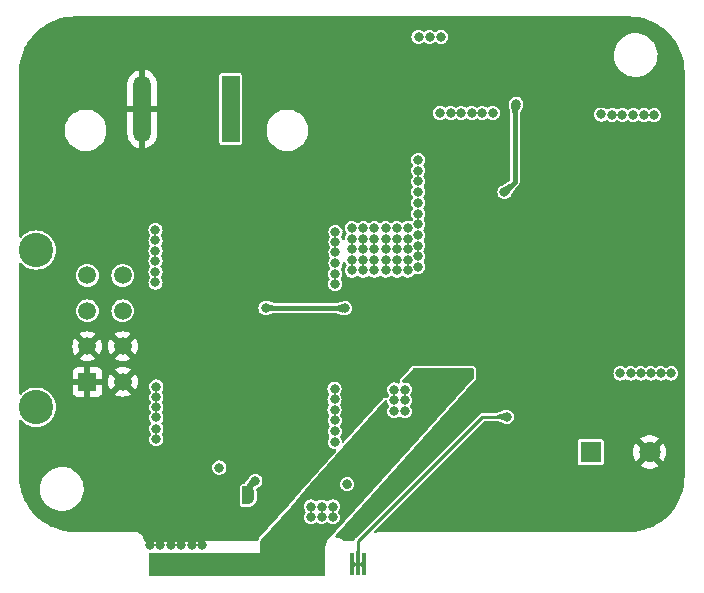
<source format=gbr>
%TF.GenerationSoftware,KiCad,Pcbnew,7.99.0-957-g18dd623122*%
%TF.CreationDate,2023-07-11T11:10:07+08:00*%
%TF.ProjectId,power,706f7765-722e-46b6-9963-61645f706362,V2*%
%TF.SameCoordinates,Original*%
%TF.FileFunction,Copper,L4,Bot*%
%TF.FilePolarity,Positive*%
%FSLAX46Y46*%
G04 Gerber Fmt 4.6, Leading zero omitted, Abs format (unit mm)*
G04 Created by KiCad (PCBNEW 7.99.0-957-g18dd623122) date 2023-07-11 11:10:07*
%MOMM*%
%LPD*%
G01*
G04 APERTURE LIST*
G04 Aperture macros list*
%AMFreePoly0*
4,1,19,0.500000,-0.750000,0.000000,-0.750000,0.000000,-0.744911,-0.071157,-0.744911,-0.207708,-0.704816,-0.327430,-0.627875,-0.420627,-0.520320,-0.479746,-0.390866,-0.500000,-0.250000,-0.500000,0.250000,-0.479746,0.390866,-0.420627,0.520320,-0.327430,0.627875,-0.207708,0.704816,-0.071157,0.744911,0.000000,0.744911,0.000000,0.750000,0.500000,0.750000,0.500000,-0.750000,0.500000,-0.750000,
$1*%
%AMFreePoly1*
4,1,19,0.000000,0.744911,0.071157,0.744911,0.207708,0.704816,0.327430,0.627875,0.420627,0.520320,0.479746,0.390866,0.500000,0.250000,0.500000,-0.250000,0.479746,-0.390866,0.420627,-0.520320,0.327430,-0.627875,0.207708,-0.704816,0.071157,-0.744911,0.000000,-0.744911,0.000000,-0.750000,-0.500000,-0.750000,-0.500000,0.750000,0.000000,0.750000,0.000000,0.744911,0.000000,0.744911,
$1*%
G04 Aperture macros list end*
%TA.AperFunction,ComponentPad*%
%ADD10R,1.500000X5.650000*%
%TD*%
%TA.AperFunction,ComponentPad*%
%ADD11O,1.500000X5.650000*%
%TD*%
%TA.AperFunction,ComponentPad*%
%ADD12R,1.520000X1.520000*%
%TD*%
%TA.AperFunction,ComponentPad*%
%ADD13C,1.520000*%
%TD*%
%TA.AperFunction,ComponentPad*%
%ADD14C,2.909999*%
%TD*%
%TA.AperFunction,SMDPad,CuDef*%
%ADD15R,0.350000X1.950000*%
%TD*%
%TA.AperFunction,ComponentPad*%
%ADD16R,1.800000X1.800000*%
%TD*%
%TA.AperFunction,ComponentPad*%
%ADD17C,1.800000*%
%TD*%
%TA.AperFunction,SMDPad,CuDef*%
%ADD18FreePoly0,180.000000*%
%TD*%
%TA.AperFunction,SMDPad,CuDef*%
%ADD19FreePoly1,180.000000*%
%TD*%
%TA.AperFunction,ViaPad*%
%ADD20C,0.800000*%
%TD*%
%TA.AperFunction,Conductor*%
%ADD21C,0.406400*%
%TD*%
%TA.AperFunction,Conductor*%
%ADD22C,0.254000*%
%TD*%
G04 APERTURE END LIST*
D10*
%TO.P,J1,1,Pin_1*%
%TO.N,/+12V*%
X140030800Y-88457600D03*
D11*
%TO.P,J1,2,Pin_2*%
%TO.N,GND*%
X132540800Y-88457600D03*
%TD*%
D12*
%TO.P,J3,1,Pin_1*%
%TO.N,GND*%
X127894999Y-111554648D03*
D13*
%TO.P,J3,2,Pin_2*%
X127894999Y-108554649D03*
%TO.P,J3,3,Pin_3*%
%TO.N,/VIN*%
X127894999Y-105554650D03*
%TO.P,J3,4,Pin_4*%
X127894999Y-102554651D03*
%TO.P,J3,5,Pin_5*%
%TO.N,GND*%
X130894998Y-111554648D03*
%TO.P,J3,6,Pin_6*%
X130894998Y-108554649D03*
%TO.P,J3,7,Pin_7*%
%TO.N,/+3V3*%
X130894998Y-105554650D03*
%TO.P,J3,8,Pin_8*%
%TO.N,/VIN*%
X130894998Y-102554651D03*
D14*
%TO.P,J3,P1*%
%TO.N,N/C*%
X123575000Y-113704646D03*
%TO.P,J3,P2*%
X123575000Y-100404653D03*
%TD*%
D15*
%TO.P,J2,2,2*%
%TO.N,/VIOUT*%
X151300200Y-127025400D03*
%TO.P,J2,4,4*%
X150800200Y-127025400D03*
%TO.P,J2,6,6*%
X150300200Y-127025400D03*
%TO.P,J2,16,16*%
%TO.N,/+5V*%
X147800200Y-127025400D03*
%TO.P,J2,18,18*%
X147300200Y-127025400D03*
%TO.P,J2,20,20*%
X146800200Y-127025400D03*
%TO.P,J2,22,22*%
X146300200Y-127025400D03*
%TO.P,J2,24,24*%
X145800200Y-127025400D03*
%TO.P,J2,26,26*%
X145300200Y-127025400D03*
%TO.P,J2,28,28*%
X144800200Y-127025400D03*
%TO.P,J2,30,30*%
X144300200Y-127025400D03*
%TO.P,J2,32,32*%
X143800200Y-127025400D03*
%TO.P,J2,34,34*%
X143300200Y-127025400D03*
%TO.P,J2,36,36*%
X142800200Y-127025400D03*
%TO.P,J2,38,38*%
X142300200Y-127025400D03*
%TO.P,J2,40,40*%
X141800200Y-127025400D03*
%TO.P,J2,42,42*%
X141300200Y-127025400D03*
%TO.P,J2,44,44*%
X140800200Y-127025400D03*
%TO.P,J2,46,46*%
X140300200Y-127025400D03*
%TO.P,J2,48,48*%
X139800200Y-127025400D03*
%TO.P,J2,50,50*%
X139300200Y-127025400D03*
%TO.P,J2,52,52*%
X138800200Y-127025400D03*
%TO.P,J2,54,54*%
X138300200Y-127025400D03*
%TO.P,J2,56,56*%
X137800200Y-127025400D03*
%TO.P,J2,58,58*%
X137300200Y-127025400D03*
%TO.P,J2,60,60*%
X136800200Y-127025400D03*
%TO.P,J2,62,62*%
X136300200Y-127025400D03*
%TO.P,J2,64,64*%
X135800200Y-127025400D03*
%TO.P,J2,66,66*%
X135300200Y-127025400D03*
%TO.P,J2,68,68*%
X134800200Y-127025400D03*
%TO.P,J2,70,70*%
X134300200Y-127025400D03*
%TO.P,J2,72,72*%
X133800200Y-127025400D03*
%TO.P,J2,74,74*%
X133300200Y-127025400D03*
%TD*%
D16*
%TO.P,J4,1,Pin_1*%
%TO.N,/+5V*%
X170499400Y-117500400D03*
D17*
%TO.P,J4,2,Pin_2*%
%TO.N,GND*%
X175499400Y-117500400D03*
%TD*%
D18*
%TO.P,JP1,1,A*%
%TO.N,Net-(JP1-A)*%
X141533400Y-121183400D03*
D19*
%TO.P,JP1,2,B*%
%TO.N,GND*%
X140233400Y-121183400D03*
%TD*%
D20*
%TO.N,/VIN*%
X148894800Y-100584000D03*
X152196800Y-100330000D03*
X148844000Y-115747800D03*
X160441400Y-88798400D03*
X153162000Y-98526600D03*
X154787600Y-112217200D03*
X150291800Y-102133400D03*
X148869400Y-103276400D03*
X155905200Y-100939600D03*
X153873200Y-113131600D03*
X151257000Y-102133400D03*
X155905200Y-96393000D03*
X148869400Y-102412800D03*
X148895400Y-98882200D03*
X151257000Y-100330000D03*
X153162000Y-100330000D03*
X148818600Y-113055400D03*
X155016200Y-98526600D03*
X153873200Y-112217200D03*
X154101800Y-102133400D03*
X155905200Y-94589600D03*
X153162000Y-99441000D03*
X152196800Y-101244400D03*
X153873200Y-114046000D03*
X156870400Y-82346800D03*
X151257000Y-99441000D03*
X155016200Y-101244400D03*
X151257000Y-101244400D03*
X154787600Y-113131600D03*
X154787600Y-114046000D03*
X148844000Y-116662200D03*
X158663400Y-88798400D03*
X148818600Y-113919000D03*
X155016200Y-102133400D03*
X152196800Y-99441000D03*
X155905200Y-100025200D03*
X151257000Y-98526600D03*
X152196800Y-98526600D03*
X150291800Y-99441000D03*
X155016200Y-100330000D03*
X155930600Y-82346800D03*
X150291800Y-100330000D03*
X154101800Y-99441000D03*
X173192200Y-88950800D03*
X153162000Y-102133400D03*
X161330400Y-88798400D03*
X155016200Y-99441000D03*
X154101800Y-101244400D03*
X148894800Y-99720400D03*
X175021000Y-88976200D03*
X159552400Y-88798400D03*
X153162000Y-101244400D03*
X148894800Y-101498400D03*
X175884600Y-88976200D03*
X172328600Y-88950800D03*
X155905200Y-95478600D03*
X171414200Y-88925400D03*
X155905200Y-98221800D03*
X174106600Y-88950800D03*
X155905200Y-93675200D03*
X148844000Y-114833400D03*
X150291800Y-98526600D03*
X155905200Y-99136200D03*
X152196800Y-102133400D03*
X154101800Y-98526600D03*
X162219400Y-88798400D03*
X150291800Y-101244400D03*
X148819500Y-112141000D03*
X155905200Y-97332800D03*
X154101800Y-100330000D03*
X157835600Y-82346800D03*
X157749000Y-88798400D03*
X155905200Y-101828600D03*
X155905200Y-92760800D03*
%TO.N,GND*%
X143231500Y-98602800D03*
X175935400Y-94767400D03*
X138074400Y-98602800D03*
X175071800Y-94767400D03*
X156910800Y-106248200D03*
X143231500Y-102209600D03*
X158460200Y-94665800D03*
X138252200Y-115874800D03*
X143968100Y-110718600D03*
X167528000Y-86283800D03*
X174157400Y-94767400D03*
X133169800Y-125374400D03*
X177292000Y-106324400D03*
X157825200Y-106248200D03*
X143231500Y-113639600D03*
X163286200Y-93776800D03*
X143231500Y-99517200D03*
X169610800Y-82092800D03*
X162016200Y-94665800D03*
X138252200Y-112268000D03*
X161152600Y-94665800D03*
X165821650Y-84963000D03*
X144095100Y-104343200D03*
X173685200Y-106324400D03*
X160238200Y-94665800D03*
X153865700Y-109778800D03*
X176377600Y-106324400D03*
X138074400Y-102209600D03*
X171465000Y-94767400D03*
X170195000Y-93827600D03*
X135862200Y-125374400D03*
X136776600Y-125374400D03*
X143231500Y-112776000D03*
X164998400Y-117322600D03*
X143231500Y-114554000D03*
X143231500Y-101295200D03*
X143231500Y-100380800D03*
X152831800Y-106908600D03*
X137640200Y-125374400D03*
X138252200Y-114046000D03*
X162194000Y-87249000D03*
X169509200Y-89738200D03*
X143231500Y-103073200D03*
X152120600Y-103301800D03*
X143231500Y-111887000D03*
X151079200Y-83972400D03*
X173243000Y-94767400D03*
X143231500Y-116332000D03*
X151638000Y-108610400D03*
X172379400Y-94767400D03*
X138252200Y-113182400D03*
X143231500Y-115468400D03*
X151815800Y-91643200D03*
X159603200Y-106248200D03*
X134084200Y-125374400D03*
X156047200Y-106248200D03*
X138252200Y-114960400D03*
X157545800Y-94665800D03*
X138074400Y-101295200D03*
X148082000Y-110185200D03*
X134947800Y-125374400D03*
X174574200Y-106324400D03*
X175463200Y-106324400D03*
X159323800Y-94665800D03*
X166601000Y-113452500D03*
X158739600Y-106248200D03*
X149885400Y-120218200D03*
X138074400Y-100380800D03*
X138074400Y-99517200D03*
X138074400Y-103073200D03*
%TO.N,Net-(C9-Pad2)*%
X164200600Y-88011000D03*
X163210000Y-95504000D03*
%TO.N,/+5V*%
X177317400Y-110845600D03*
X157622000Y-110820200D03*
X143812400Y-125399800D03*
X156758400Y-110820200D03*
X158460200Y-110820200D03*
X146377800Y-125399800D03*
X142948800Y-125399800D03*
X175590200Y-110845600D03*
X160187400Y-110820200D03*
X147241400Y-125399800D03*
X173888400Y-110845600D03*
X155879800Y-110820200D03*
X145514200Y-125399800D03*
X176453800Y-110845600D03*
X174752000Y-110845600D03*
X159323800Y-110820200D03*
X144676000Y-125399800D03*
X173024800Y-110845600D03*
%TO.N,Net-(C25-Pad2)*%
X142978100Y-105312800D03*
X149707600Y-105333800D03*
%TO.N,/+3V3*%
X148666200Y-123012200D03*
X139065000Y-118821200D03*
X133656300Y-103149400D03*
X147726400Y-123012200D03*
X133654800Y-98700000D03*
X133731000Y-115519200D03*
X133731000Y-114579400D03*
X133654800Y-100452600D03*
X146810500Y-122118800D03*
X133731000Y-113715800D03*
X148664700Y-122118800D03*
X146812000Y-123012200D03*
X133654800Y-99589000D03*
X133732500Y-116412600D03*
X133654800Y-101316200D03*
X147724900Y-122118800D03*
X133731000Y-112852200D03*
X133654800Y-102256000D03*
X133731000Y-111963200D03*
%TO.N,/VIOUT*%
X163398200Y-114528600D03*
%TO.N,Net-(JP1-A)*%
X142113000Y-119938800D03*
%TD*%
D21*
%TO.N,Net-(C9-Pad2)*%
X164088900Y-88122700D02*
X164200600Y-88011000D01*
X163210000Y-95504000D02*
X164088900Y-94625100D01*
X164088900Y-94625100D02*
X164088900Y-88122700D01*
%TO.N,Net-(C25-Pad2)*%
X149686600Y-105312800D02*
X149707600Y-105333800D01*
X142978100Y-105312800D02*
X149686600Y-105312800D01*
D22*
%TO.N,/VIOUT*%
X150800200Y-125069200D02*
X150825200Y-125044200D01*
X151300200Y-127025400D02*
X150300200Y-127025400D01*
X163398200Y-114528600D02*
X161340800Y-114528600D01*
X161340800Y-114528600D02*
X150825200Y-125044200D01*
X150800200Y-127025400D02*
X150800200Y-125069200D01*
D21*
%TO.N,Net-(JP1-A)*%
X141533400Y-120518400D02*
X142113000Y-119938800D01*
X141533400Y-121183400D02*
X141533400Y-120518400D01*
%TD*%
%TA.AperFunction,Conductor*%
%TO.N,GND*%
G36*
X173766551Y-80628159D02*
G01*
X174172105Y-80645865D01*
X174177457Y-80646334D01*
X174578581Y-80699143D01*
X174583897Y-80700081D01*
X174978880Y-80787647D01*
X174984092Y-80789043D01*
X175369945Y-80910702D01*
X175375026Y-80912551D01*
X175748812Y-81067378D01*
X175753682Y-81069649D01*
X176112550Y-81256464D01*
X176117228Y-81259166D01*
X176458441Y-81476542D01*
X176462874Y-81479646D01*
X176783834Y-81725927D01*
X176787979Y-81729406D01*
X177086251Y-82002722D01*
X177090077Y-82006548D01*
X177363393Y-82304820D01*
X177366871Y-82308963D01*
X177516190Y-82503560D01*
X177613153Y-82629925D01*
X177616257Y-82634358D01*
X177833633Y-82975571D01*
X177836339Y-82980257D01*
X178001283Y-83297112D01*
X178023141Y-83339099D01*
X178025428Y-83344003D01*
X178180248Y-83717774D01*
X178182099Y-83722859D01*
X178303752Y-84108692D01*
X178305152Y-84113919D01*
X178392718Y-84508902D01*
X178393658Y-84514231D01*
X178446463Y-84915324D01*
X178446935Y-84920715D01*
X178464641Y-85326249D01*
X178464700Y-85328953D01*
X178464700Y-119560246D01*
X178464641Y-119562950D01*
X178446935Y-119968484D01*
X178446463Y-119973875D01*
X178393658Y-120374968D01*
X178392718Y-120380297D01*
X178305152Y-120775280D01*
X178303752Y-120780507D01*
X178182099Y-121166340D01*
X178180248Y-121171425D01*
X178025428Y-121545196D01*
X178023141Y-121550100D01*
X177836339Y-121908942D01*
X177833633Y-121913628D01*
X177616257Y-122254841D01*
X177613153Y-122259274D01*
X177366872Y-122580234D01*
X177363393Y-122584379D01*
X177090077Y-122882651D01*
X177086251Y-122886477D01*
X176787979Y-123159793D01*
X176783834Y-123163272D01*
X176462874Y-123409553D01*
X176458441Y-123412657D01*
X176117228Y-123630033D01*
X176112542Y-123632739D01*
X175753700Y-123819541D01*
X175748796Y-123821828D01*
X175375025Y-123976648D01*
X175369940Y-123978499D01*
X174984107Y-124100152D01*
X174978880Y-124101552D01*
X174583897Y-124189118D01*
X174578568Y-124190058D01*
X174177475Y-124242863D01*
X174172084Y-124243335D01*
X173766564Y-124261040D01*
X173763826Y-124261099D01*
X153367784Y-124249936D01*
X153367388Y-124249900D01*
X153356373Y-124249900D01*
X153299962Y-124249900D01*
X153269848Y-124249883D01*
X153269496Y-124249900D01*
X152646355Y-124249900D01*
X152491710Y-124280661D01*
X152491698Y-124280664D01*
X152346027Y-124341002D01*
X152346018Y-124341007D01*
X152324566Y-124355341D01*
X152257888Y-124376217D01*
X152190508Y-124357731D01*
X152143819Y-124305751D01*
X152132644Y-124236781D01*
X152160531Y-124172718D01*
X152167973Y-124164580D01*
X157912402Y-118420152D01*
X169398900Y-118420152D01*
X169410531Y-118478629D01*
X169410532Y-118478630D01*
X169454847Y-118544952D01*
X169521169Y-118589267D01*
X169521170Y-118589268D01*
X169579647Y-118600899D01*
X169579650Y-118600900D01*
X169579652Y-118600900D01*
X171419150Y-118600900D01*
X171419151Y-118600899D01*
X171433968Y-118597952D01*
X171477629Y-118589268D01*
X171477629Y-118589267D01*
X171477631Y-118589267D01*
X171543952Y-118544952D01*
X171588267Y-118478631D01*
X171588267Y-118478629D01*
X171588268Y-118478629D01*
X171599899Y-118420152D01*
X171599900Y-118420150D01*
X171599900Y-117500405D01*
X174094602Y-117500405D01*
X174113761Y-117731618D01*
X174170717Y-117956535D01*
X174263916Y-118169009D01*
X174348211Y-118298033D01*
X174936626Y-117709619D01*
X174975301Y-117802988D01*
X175071475Y-117928325D01*
X175196812Y-118024499D01*
X175290179Y-118063172D01*
X174700599Y-118652751D01*
X174731050Y-118676450D01*
X174935097Y-118786876D01*
X174935106Y-118786879D01*
X175154539Y-118862211D01*
X175383393Y-118900400D01*
X175615407Y-118900400D01*
X175844260Y-118862211D01*
X176063693Y-118786879D01*
X176063702Y-118786876D01*
X176267750Y-118676450D01*
X176298198Y-118652751D01*
X175708620Y-118063173D01*
X175801988Y-118024499D01*
X175927325Y-117928325D01*
X176023499Y-117802989D01*
X176062172Y-117709620D01*
X176650586Y-118298034D01*
X176734884Y-118169006D01*
X176828082Y-117956535D01*
X176885038Y-117731618D01*
X176904197Y-117500405D01*
X176904197Y-117500394D01*
X176885038Y-117269181D01*
X176828082Y-117044264D01*
X176734883Y-116831790D01*
X176650586Y-116702764D01*
X176062172Y-117291178D01*
X176023499Y-117197812D01*
X175927325Y-117072475D01*
X175801988Y-116976301D01*
X175708620Y-116937627D01*
X176298199Y-116348048D01*
X176298199Y-116348047D01*
X176267749Y-116324349D01*
X176063702Y-116213923D01*
X176063693Y-116213920D01*
X175844260Y-116138588D01*
X175615407Y-116100400D01*
X175383393Y-116100400D01*
X175154539Y-116138588D01*
X174935106Y-116213920D01*
X174935098Y-116213923D01*
X174731044Y-116324352D01*
X174700600Y-116348046D01*
X174700600Y-116348047D01*
X175290179Y-116937626D01*
X175196812Y-116976301D01*
X175071475Y-117072475D01*
X174975301Y-117197811D01*
X174936626Y-117291179D01*
X174348212Y-116702765D01*
X174263916Y-116831791D01*
X174263914Y-116831795D01*
X174170717Y-117044264D01*
X174113761Y-117269181D01*
X174094602Y-117500394D01*
X174094602Y-117500405D01*
X171599900Y-117500405D01*
X171599900Y-116580649D01*
X171599899Y-116580647D01*
X171588268Y-116522170D01*
X171588267Y-116522169D01*
X171543952Y-116455847D01*
X171477630Y-116411532D01*
X171477629Y-116411531D01*
X171419152Y-116399900D01*
X171419148Y-116399900D01*
X169579652Y-116399900D01*
X169579647Y-116399900D01*
X169521170Y-116411531D01*
X169521169Y-116411532D01*
X169454847Y-116455847D01*
X169410532Y-116522169D01*
X169410531Y-116522170D01*
X169398900Y-116580647D01*
X169398900Y-118420152D01*
X157912402Y-118420152D01*
X161440135Y-114892419D01*
X161501459Y-114858934D01*
X161527817Y-114856100D01*
X162525129Y-114856100D01*
X162568661Y-114863993D01*
X163162409Y-115086608D01*
X163162413Y-115086609D01*
X163162418Y-115086611D01*
X163172480Y-115088353D01*
X163198776Y-115095972D01*
X163241438Y-115113644D01*
X163379962Y-115131880D01*
X163398199Y-115134282D01*
X163398200Y-115134282D01*
X163398201Y-115134282D01*
X163470337Y-115124785D01*
X163554962Y-115113644D01*
X163701041Y-115053136D01*
X163826482Y-114956882D01*
X163922736Y-114831441D01*
X163983244Y-114685362D01*
X164003882Y-114528600D01*
X163983244Y-114371838D01*
X163922736Y-114225759D01*
X163826482Y-114100318D01*
X163701041Y-114004064D01*
X163616816Y-113969177D01*
X163554962Y-113943556D01*
X163554960Y-113943555D01*
X163398201Y-113922918D01*
X163398199Y-113922918D01*
X163241438Y-113943556D01*
X163198427Y-113961371D01*
X163171030Y-113969177D01*
X163162421Y-113970587D01*
X162568655Y-114193208D01*
X162525123Y-114201100D01*
X161357805Y-114201100D01*
X161352401Y-114200864D01*
X161346889Y-114200381D01*
X161311816Y-114197312D01*
X161272462Y-114207856D01*
X161267183Y-114209027D01*
X161227064Y-114216102D01*
X161222328Y-114217825D01*
X161204828Y-114225073D01*
X161200256Y-114227205D01*
X161166887Y-114250570D01*
X161162327Y-114253475D01*
X161127042Y-114273847D01*
X161127039Y-114273850D01*
X161100853Y-114305057D01*
X161097197Y-114309046D01*
X150613885Y-124792360D01*
X150613882Y-124792363D01*
X150597708Y-124808536D01*
X150580652Y-124825591D01*
X150576666Y-124829244D01*
X150545453Y-124855437D01*
X150545446Y-124855444D01*
X150525076Y-124890726D01*
X150522171Y-124895287D01*
X150498804Y-124928659D01*
X150496673Y-124933228D01*
X150489424Y-124950731D01*
X150485326Y-124961991D01*
X150443898Y-125018253D01*
X150378629Y-125043187D01*
X150369123Y-125043577D01*
X149645412Y-125045432D01*
X149578322Y-125025919D01*
X149557413Y-125009113D01*
X149499238Y-124950938D01*
X149499234Y-124950935D01*
X149351753Y-124852390D01*
X149351740Y-124852383D01*
X149187867Y-124784506D01*
X149187858Y-124784503D01*
X149013894Y-124749900D01*
X149013891Y-124749900D01*
X149005227Y-124749900D01*
X148938188Y-124730215D01*
X148892433Y-124677411D01*
X148882489Y-124608253D01*
X148911514Y-124544697D01*
X148913008Y-124543005D01*
X160753416Y-111370857D01*
X160758695Y-111364486D01*
X160773300Y-111345340D01*
X160807090Y-111278597D01*
X160826775Y-111211558D01*
X160835100Y-111153660D01*
X160835100Y-110845601D01*
X172419118Y-110845601D01*
X172439755Y-111002360D01*
X172439756Y-111002362D01*
X172500264Y-111148441D01*
X172596518Y-111273882D01*
X172721959Y-111370136D01*
X172868038Y-111430644D01*
X172928949Y-111438663D01*
X173024799Y-111451282D01*
X173024800Y-111451282D01*
X173024801Y-111451282D01*
X173113640Y-111439586D01*
X173181562Y-111430644D01*
X173327641Y-111370136D01*
X173373413Y-111335014D01*
X173381114Y-111329105D01*
X173446283Y-111303911D01*
X173514728Y-111317949D01*
X173532086Y-111329105D01*
X173585557Y-111370135D01*
X173585558Y-111370135D01*
X173585559Y-111370136D01*
X173731638Y-111430644D01*
X173792549Y-111438663D01*
X173888399Y-111451282D01*
X173888400Y-111451282D01*
X173888401Y-111451282D01*
X173977240Y-111439586D01*
X174045162Y-111430644D01*
X174191241Y-111370136D01*
X174244712Y-111329105D01*
X174309881Y-111303911D01*
X174378326Y-111317949D01*
X174395685Y-111329105D01*
X174449157Y-111370135D01*
X174449158Y-111370135D01*
X174449159Y-111370136D01*
X174595238Y-111430644D01*
X174656149Y-111438663D01*
X174751999Y-111451282D01*
X174752000Y-111451282D01*
X174752001Y-111451282D01*
X174840840Y-111439586D01*
X174908762Y-111430644D01*
X175054841Y-111370136D01*
X175095614Y-111338849D01*
X175160781Y-111313655D01*
X175229226Y-111327693D01*
X175246583Y-111338847D01*
X175287359Y-111370136D01*
X175287361Y-111370136D01*
X175287363Y-111370138D01*
X175360398Y-111400389D01*
X175433438Y-111430644D01*
X175494349Y-111438663D01*
X175590199Y-111451282D01*
X175590200Y-111451282D01*
X175590201Y-111451282D01*
X175679040Y-111439586D01*
X175746962Y-111430644D01*
X175893041Y-111370136D01*
X175946512Y-111329105D01*
X176011681Y-111303911D01*
X176080126Y-111317949D01*
X176097485Y-111329105D01*
X176150957Y-111370135D01*
X176150958Y-111370135D01*
X176150959Y-111370136D01*
X176297038Y-111430644D01*
X176357949Y-111438663D01*
X176453799Y-111451282D01*
X176453800Y-111451282D01*
X176453801Y-111451282D01*
X176542640Y-111439586D01*
X176610562Y-111430644D01*
X176756641Y-111370136D01*
X176802413Y-111335014D01*
X176810114Y-111329105D01*
X176875283Y-111303911D01*
X176943728Y-111317949D01*
X176961086Y-111329105D01*
X177014557Y-111370135D01*
X177014558Y-111370135D01*
X177014559Y-111370136D01*
X177160638Y-111430644D01*
X177221549Y-111438663D01*
X177317399Y-111451282D01*
X177317400Y-111451282D01*
X177317401Y-111451282D01*
X177406240Y-111439586D01*
X177474162Y-111430644D01*
X177620241Y-111370136D01*
X177745682Y-111273882D01*
X177841936Y-111148441D01*
X177902444Y-111002362D01*
X177923082Y-110845600D01*
X177902444Y-110688838D01*
X177841936Y-110542759D01*
X177745682Y-110417318D01*
X177620241Y-110321064D01*
X177615702Y-110319184D01*
X177474162Y-110260556D01*
X177474160Y-110260555D01*
X177317401Y-110239918D01*
X177317399Y-110239918D01*
X177160639Y-110260555D01*
X177160637Y-110260556D01*
X177014558Y-110321064D01*
X176961085Y-110362095D01*
X176895916Y-110387288D01*
X176827471Y-110373249D01*
X176810115Y-110362095D01*
X176756641Y-110321064D01*
X176610562Y-110260556D01*
X176610560Y-110260555D01*
X176453801Y-110239918D01*
X176453799Y-110239918D01*
X176297039Y-110260555D01*
X176297037Y-110260556D01*
X176150958Y-110321064D01*
X176097485Y-110362095D01*
X176032316Y-110387288D01*
X175963871Y-110373249D01*
X175946515Y-110362095D01*
X175893041Y-110321064D01*
X175746962Y-110260556D01*
X175746960Y-110260555D01*
X175590201Y-110239918D01*
X175590199Y-110239918D01*
X175433439Y-110260555D01*
X175433437Y-110260556D01*
X175287358Y-110321064D01*
X175246585Y-110352350D01*
X175181416Y-110377543D01*
X175112971Y-110363504D01*
X175095615Y-110352350D01*
X175054841Y-110321064D01*
X174908762Y-110260556D01*
X174908760Y-110260555D01*
X174752001Y-110239918D01*
X174751999Y-110239918D01*
X174595239Y-110260555D01*
X174595237Y-110260556D01*
X174449158Y-110321064D01*
X174395685Y-110362095D01*
X174330516Y-110387288D01*
X174262071Y-110373249D01*
X174244715Y-110362095D01*
X174191241Y-110321064D01*
X174045162Y-110260556D01*
X174045160Y-110260555D01*
X173888401Y-110239918D01*
X173888399Y-110239918D01*
X173731639Y-110260555D01*
X173731637Y-110260556D01*
X173585558Y-110321064D01*
X173532085Y-110362095D01*
X173466916Y-110387288D01*
X173398471Y-110373249D01*
X173381115Y-110362095D01*
X173327641Y-110321064D01*
X173181562Y-110260556D01*
X173181560Y-110260555D01*
X173024801Y-110239918D01*
X173024799Y-110239918D01*
X172868039Y-110260555D01*
X172868037Y-110260556D01*
X172721960Y-110321063D01*
X172596518Y-110417318D01*
X172500263Y-110542760D01*
X172439756Y-110688837D01*
X172439755Y-110688839D01*
X172419118Y-110845598D01*
X172419118Y-110845601D01*
X160835100Y-110845601D01*
X160835100Y-110537800D01*
X160830403Y-110494116D01*
X160819197Y-110442605D01*
X160816710Y-110432427D01*
X160773700Y-110351715D01*
X160727945Y-110298911D01*
X160727939Y-110298904D01*
X160710357Y-110280960D01*
X160710356Y-110280959D01*
X160710354Y-110280957D01*
X160710352Y-110280956D01*
X160710350Y-110280954D01*
X160630540Y-110236311D01*
X160630535Y-110236309D01*
X160563503Y-110216626D01*
X160563499Y-110216625D01*
X160563498Y-110216625D01*
X160505600Y-110208300D01*
X155522127Y-110208300D01*
X155518484Y-110208550D01*
X155508076Y-110209264D01*
X155508058Y-110209266D01*
X155467523Y-110214858D01*
X155386491Y-110244290D01*
X155327285Y-110281387D01*
X155282644Y-110319181D01*
X155282642Y-110319182D01*
X155282641Y-110319184D01*
X155088781Y-110537800D01*
X154425808Y-111285436D01*
X154425787Y-111285461D01*
X154421177Y-111291048D01*
X154421106Y-111291137D01*
X154408199Y-111307969D01*
X154408198Y-111307971D01*
X154408196Y-111307974D01*
X154398034Y-111327693D01*
X154374796Y-111372783D01*
X154374794Y-111372789D01*
X154354310Y-111439596D01*
X154348428Y-111464023D01*
X154352935Y-111555370D01*
X154353951Y-111561603D01*
X154345300Y-111630935D01*
X154300538Y-111684584D01*
X154233878Y-111705515D01*
X154184756Y-111692859D01*
X154183549Y-111695774D01*
X154176038Y-111692663D01*
X154029962Y-111632156D01*
X154029960Y-111632155D01*
X153873201Y-111611518D01*
X153873199Y-111611518D01*
X153716439Y-111632155D01*
X153716437Y-111632156D01*
X153570360Y-111692663D01*
X153444918Y-111788918D01*
X153348663Y-111914360D01*
X153288156Y-112060437D01*
X153288155Y-112060439D01*
X153267518Y-112217198D01*
X153267518Y-112217201D01*
X153288155Y-112373960D01*
X153288156Y-112373962D01*
X153348664Y-112520042D01*
X153409185Y-112598914D01*
X153434379Y-112664083D01*
X153420341Y-112732528D01*
X153409185Y-112749886D01*
X153348664Y-112828758D01*
X153344598Y-112835801D01*
X153342005Y-112834304D01*
X153307118Y-112877573D01*
X153240819Y-112899620D01*
X153207453Y-112896266D01*
X153192297Y-112892624D01*
X153122440Y-112891823D01*
X153097328Y-112893074D01*
X153097325Y-112893074D01*
X153010966Y-112923170D01*
X152951771Y-112960260D01*
X152951766Y-112960264D01*
X152907120Y-112998062D01*
X149656854Y-116663391D01*
X149597647Y-116700489D01*
X149527782Y-116699689D01*
X149469440Y-116661244D01*
X149441145Y-116597362D01*
X149429044Y-116505438D01*
X149368536Y-116359359D01*
X149368535Y-116359358D01*
X149368535Y-116359357D01*
X149338764Y-116320560D01*
X149308014Y-116280485D01*
X149282820Y-116215318D01*
X149296858Y-116146873D01*
X149308012Y-116129517D01*
X149368536Y-116050641D01*
X149429044Y-115904562D01*
X149449682Y-115747800D01*
X149429044Y-115591038D01*
X149368536Y-115444959D01*
X149308013Y-115366083D01*
X149282820Y-115300916D01*
X149296858Y-115232472D01*
X149308004Y-115215127D01*
X149368536Y-115136241D01*
X149429044Y-114990162D01*
X149449682Y-114833400D01*
X149445869Y-114804441D01*
X149435923Y-114728891D01*
X149429044Y-114676638D01*
X149368536Y-114530559D01*
X149368535Y-114530558D01*
X149368535Y-114530557D01*
X149307394Y-114450877D01*
X149295314Y-114435134D01*
X149270120Y-114369967D01*
X149284158Y-114301522D01*
X149295312Y-114284166D01*
X149343136Y-114221841D01*
X149403644Y-114075762D01*
X149424282Y-113919000D01*
X149403644Y-113762238D01*
X149343136Y-113616159D01*
X149343135Y-113616158D01*
X149343135Y-113616157D01*
X149302105Y-113562686D01*
X149276911Y-113497517D01*
X149290949Y-113429072D01*
X149302105Y-113411714D01*
X149343135Y-113358242D01*
X149343134Y-113358242D01*
X149343136Y-113358241D01*
X149403644Y-113212162D01*
X149424282Y-113055400D01*
X149403644Y-112898638D01*
X149343136Y-112752559D01*
X149283062Y-112674269D01*
X149257870Y-112609104D01*
X149271908Y-112540659D01*
X149283060Y-112523306D01*
X149344036Y-112443841D01*
X149404544Y-112297762D01*
X149425182Y-112141000D01*
X149423115Y-112125302D01*
X149404939Y-111987241D01*
X149404544Y-111984238D01*
X149344036Y-111838159D01*
X149247782Y-111712718D01*
X149122341Y-111616464D01*
X149110400Y-111611518D01*
X148976262Y-111555956D01*
X148976260Y-111555955D01*
X148819501Y-111535318D01*
X148819499Y-111535318D01*
X148662739Y-111555955D01*
X148662737Y-111555956D01*
X148516660Y-111616463D01*
X148391218Y-111712718D01*
X148294963Y-111838160D01*
X148234456Y-111984237D01*
X148234455Y-111984239D01*
X148213818Y-112140998D01*
X148213818Y-112141001D01*
X148234455Y-112297760D01*
X148234456Y-112297762D01*
X148294964Y-112443842D01*
X148355034Y-112522127D01*
X148380228Y-112587296D01*
X148366189Y-112655741D01*
X148355035Y-112673098D01*
X148294064Y-112752558D01*
X148233556Y-112898637D01*
X148233555Y-112898639D01*
X148212918Y-113055398D01*
X148212918Y-113055401D01*
X148233555Y-113212160D01*
X148233556Y-113212162D01*
X148294064Y-113358242D01*
X148335094Y-113411713D01*
X148360288Y-113476882D01*
X148346250Y-113545327D01*
X148335095Y-113562684D01*
X148294064Y-113616158D01*
X148233556Y-113762237D01*
X148233555Y-113762239D01*
X148212918Y-113918998D01*
X148212918Y-113919001D01*
X148233555Y-114075760D01*
X148233556Y-114075762D01*
X148292400Y-114217825D01*
X148294064Y-114221841D01*
X148367286Y-114317266D01*
X148392479Y-114382432D01*
X148378441Y-114450877D01*
X148367285Y-114468236D01*
X148319464Y-114530557D01*
X148258956Y-114676637D01*
X148258955Y-114676639D01*
X148238318Y-114833398D01*
X148238318Y-114833401D01*
X148258955Y-114990160D01*
X148258956Y-114990162D01*
X148319464Y-115136242D01*
X148379984Y-115215112D01*
X148405179Y-115280281D01*
X148391141Y-115348726D01*
X148379985Y-115366085D01*
X148319464Y-115444957D01*
X148258956Y-115591037D01*
X148258955Y-115591039D01*
X148238318Y-115747798D01*
X148238318Y-115747801D01*
X148258955Y-115904560D01*
X148258956Y-115904562D01*
X148319464Y-116050642D01*
X148379984Y-116129513D01*
X148405178Y-116194682D01*
X148391140Y-116263127D01*
X148379985Y-116280484D01*
X148319464Y-116359358D01*
X148258956Y-116505437D01*
X148258955Y-116505439D01*
X148238318Y-116662198D01*
X148238318Y-116662201D01*
X148258955Y-116818960D01*
X148258956Y-116818962D01*
X148319464Y-116965041D01*
X148415718Y-117090482D01*
X148541159Y-117186736D01*
X148687238Y-117247244D01*
X148765619Y-117257562D01*
X148843999Y-117267882D01*
X148845127Y-117267882D01*
X148846043Y-117268151D01*
X148852058Y-117268943D01*
X148851934Y-117269880D01*
X148912166Y-117287567D01*
X148957921Y-117340371D01*
X148967865Y-117409529D01*
X148938840Y-117473085D01*
X148937917Y-117474137D01*
X146845850Y-119833365D01*
X146625497Y-120081857D01*
X146504594Y-120218199D01*
X144940122Y-121982457D01*
X144819219Y-122118799D01*
X142419618Y-124824832D01*
X142414614Y-124830934D01*
X142414589Y-124830967D01*
X142400672Y-124849340D01*
X142400671Y-124849341D01*
X142367311Y-124915520D01*
X142367309Y-124915525D01*
X142349735Y-124975373D01*
X142311960Y-125034150D01*
X142248403Y-125063173D01*
X142231077Y-125064435D01*
X132799933Y-125088607D01*
X132732843Y-125069094D01*
X132686953Y-125016407D01*
X132676211Y-124976755D01*
X132675700Y-124971565D01*
X132675700Y-124971558D01*
X132675698Y-124971550D01*
X132675698Y-124971545D01*
X132652603Y-124855444D01*
X132644937Y-124816903D01*
X132587158Y-124677411D01*
X132584597Y-124671227D01*
X132584590Y-124671214D01*
X132496989Y-124540111D01*
X132496986Y-124540107D01*
X132385492Y-124428613D01*
X132385488Y-124428610D01*
X132254385Y-124341009D01*
X132254372Y-124341002D01*
X132108701Y-124280664D01*
X132108689Y-124280661D01*
X131954045Y-124249900D01*
X131954042Y-124249900D01*
X131931373Y-124249900D01*
X131367721Y-124249900D01*
X131365928Y-124249735D01*
X131299844Y-124249900D01*
X131270416Y-124249900D01*
X131268775Y-124249977D01*
X126819812Y-124261094D01*
X126816952Y-124261035D01*
X126421845Y-124243786D01*
X126411513Y-124243334D01*
X126406123Y-124242863D01*
X126005031Y-124190058D01*
X125999702Y-124189118D01*
X125604719Y-124101552D01*
X125599492Y-124100152D01*
X125213659Y-123978499D01*
X125208574Y-123976648D01*
X124952977Y-123870777D01*
X124834797Y-123821825D01*
X124829907Y-123819545D01*
X124471057Y-123632739D01*
X124466371Y-123630033D01*
X124125158Y-123412657D01*
X124120725Y-123409553D01*
X123799765Y-123163272D01*
X123795620Y-123159793D01*
X123497348Y-122886477D01*
X123493522Y-122882651D01*
X123220206Y-122584379D01*
X123216727Y-122580234D01*
X123205862Y-122566075D01*
X122970443Y-122259269D01*
X122967342Y-122254841D01*
X122749966Y-121913628D01*
X122747260Y-121908942D01*
X122560449Y-121550082D01*
X122558178Y-121545212D01*
X122403351Y-121171425D01*
X122401500Y-121166340D01*
X122378664Y-121093914D01*
X122279843Y-120780492D01*
X122278447Y-120775280D01*
X122260065Y-120692363D01*
X123875787Y-120692363D01*
X123905413Y-120961613D01*
X123905415Y-120961624D01*
X123973926Y-121223682D01*
X123973928Y-121223688D01*
X124079870Y-121472990D01*
X124160318Y-121604808D01*
X124220979Y-121704205D01*
X124220986Y-121704215D01*
X124394253Y-121912419D01*
X124394259Y-121912424D01*
X124472421Y-121982457D01*
X124595998Y-122093182D01*
X124821910Y-122242644D01*
X125067176Y-122357620D01*
X125067183Y-122357622D01*
X125067185Y-122357623D01*
X125326557Y-122435657D01*
X125326564Y-122435658D01*
X125326569Y-122435660D01*
X125594561Y-122475100D01*
X125594566Y-122475100D01*
X125797629Y-122475100D01*
X125797631Y-122475100D01*
X125797636Y-122475099D01*
X125797648Y-122475099D01*
X125835191Y-122472350D01*
X126000156Y-122460277D01*
X126112758Y-122435193D01*
X126264546Y-122401382D01*
X126264548Y-122401381D01*
X126264553Y-122401380D01*
X126517558Y-122304614D01*
X126753777Y-122172041D01*
X126968177Y-122006488D01*
X127156186Y-121811481D01*
X127313799Y-121591179D01*
X127379959Y-121462494D01*
X140825911Y-121462494D01*
X140827710Y-121475006D01*
X140828972Y-121492652D01*
X140828972Y-121933404D01*
X140844531Y-122011629D01*
X140844532Y-122011630D01*
X140888847Y-122077952D01*
X140955169Y-122122267D01*
X140955170Y-122122268D01*
X141033395Y-122137827D01*
X141033399Y-122137828D01*
X141033400Y-122137828D01*
X141605288Y-122137828D01*
X141605289Y-122137828D01*
X141662883Y-122129547D01*
X141800838Y-122089040D01*
X141853766Y-122064869D01*
X141974720Y-121987137D01*
X142018695Y-121949032D01*
X142112849Y-121840371D01*
X142144306Y-121791423D01*
X142204034Y-121660638D01*
X142220427Y-121604808D01*
X142240889Y-121462493D01*
X142240889Y-121404307D01*
X142239090Y-121391793D01*
X142237828Y-121374148D01*
X142237828Y-120992651D01*
X142239090Y-120975005D01*
X142240889Y-120962493D01*
X142240889Y-120904307D01*
X142220427Y-120761992D01*
X142220426Y-120761988D01*
X142204036Y-120706166D01*
X142202896Y-120703111D01*
X142202817Y-120702015D01*
X142202787Y-120701912D01*
X142202809Y-120701905D01*
X142197901Y-120633421D01*
X142231377Y-120572093D01*
X142255982Y-120553010D01*
X142361893Y-120490428D01*
X142361908Y-120490415D01*
X142365958Y-120487562D01*
X142366522Y-120488362D01*
X142390643Y-120473773D01*
X142415841Y-120463336D01*
X142541282Y-120367082D01*
X142637536Y-120241641D01*
X142698044Y-120095562D01*
X142718682Y-119938800D01*
X142717068Y-119926543D01*
X142698044Y-119782039D01*
X142698044Y-119782038D01*
X142637536Y-119635959D01*
X142541282Y-119510518D01*
X142415841Y-119414264D01*
X142269762Y-119353756D01*
X142269760Y-119353755D01*
X142113001Y-119333118D01*
X142112999Y-119333118D01*
X141956239Y-119353755D01*
X141956237Y-119353756D01*
X141810160Y-119414263D01*
X141684716Y-119510519D01*
X141588463Y-119635959D01*
X141578005Y-119661206D01*
X141563510Y-119686981D01*
X141561377Y-119689894D01*
X141278830Y-120168054D01*
X141227778Y-120215756D01*
X141172075Y-120228972D01*
X141033395Y-120228972D01*
X140955170Y-120244531D01*
X140955169Y-120244532D01*
X140888847Y-120288847D01*
X140844532Y-120355169D01*
X140844531Y-120355170D01*
X140828972Y-120433395D01*
X140828972Y-120874148D01*
X140827710Y-120891793D01*
X140825911Y-120904303D01*
X140825911Y-120962493D01*
X140827710Y-120975005D01*
X140828972Y-120992651D01*
X140828972Y-121374148D01*
X140827710Y-121391793D01*
X140825911Y-121404304D01*
X140825911Y-121462494D01*
X127379959Y-121462494D01*
X127387787Y-121447269D01*
X127437649Y-121350290D01*
X127437651Y-121350284D01*
X127437656Y-121350275D01*
X127525118Y-121093905D01*
X127574319Y-120827533D01*
X127584212Y-120556835D01*
X127554586Y-120287582D01*
X127486072Y-120025512D01*
X127380130Y-119776210D01*
X127239018Y-119544990D01*
X127149747Y-119437719D01*
X127065746Y-119336780D01*
X127065740Y-119336775D01*
X126864002Y-119156018D01*
X126638092Y-119006557D01*
X126577089Y-118977960D01*
X126392824Y-118891580D01*
X126392819Y-118891578D01*
X126392814Y-118891576D01*
X126158899Y-118821201D01*
X138459318Y-118821201D01*
X138479955Y-118977960D01*
X138479956Y-118977962D01*
X138540464Y-119124041D01*
X138636718Y-119249482D01*
X138762159Y-119345736D01*
X138908238Y-119406244D01*
X138969149Y-119414263D01*
X139064999Y-119426882D01*
X139065000Y-119426882D01*
X139065001Y-119426882D01*
X139117253Y-119420002D01*
X139221762Y-119406244D01*
X139367841Y-119345736D01*
X139493282Y-119249482D01*
X139589536Y-119124041D01*
X139650044Y-118977962D01*
X139670682Y-118821200D01*
X139669673Y-118813539D01*
X139650044Y-118664439D01*
X139650044Y-118664438D01*
X139589536Y-118518359D01*
X139493282Y-118392918D01*
X139367841Y-118296664D01*
X139221762Y-118236156D01*
X139221760Y-118236155D01*
X139065001Y-118215518D01*
X139064999Y-118215518D01*
X138908239Y-118236155D01*
X138908237Y-118236156D01*
X138762160Y-118296663D01*
X138636718Y-118392918D01*
X138540463Y-118518360D01*
X138479956Y-118664437D01*
X138479955Y-118664439D01*
X138459318Y-118821198D01*
X138459318Y-118821201D01*
X126158899Y-118821201D01*
X126133442Y-118813542D01*
X126133428Y-118813539D01*
X126017791Y-118796521D01*
X125865439Y-118774100D01*
X125662369Y-118774100D01*
X125662351Y-118774100D01*
X125459844Y-118788923D01*
X125459831Y-118788925D01*
X125195453Y-118847817D01*
X125195446Y-118847820D01*
X124942439Y-118944587D01*
X124706226Y-119077157D01*
X124491822Y-119242712D01*
X124303822Y-119437709D01*
X124303816Y-119437716D01*
X124146202Y-119658019D01*
X124146199Y-119658024D01*
X124022350Y-119898909D01*
X124022343Y-119898927D01*
X123934884Y-120155285D01*
X123934881Y-120155299D01*
X123918933Y-120241641D01*
X123889255Y-120402321D01*
X123885681Y-120421668D01*
X123885680Y-120421675D01*
X123875787Y-120692363D01*
X122260065Y-120692363D01*
X122190881Y-120380297D01*
X122189943Y-120374981D01*
X122137134Y-119973857D01*
X122136665Y-119968505D01*
X122118959Y-119562950D01*
X122118900Y-119560246D01*
X122118900Y-119514004D01*
X122118900Y-117247243D01*
X122118900Y-115519201D01*
X133125318Y-115519201D01*
X133145955Y-115675960D01*
X133145956Y-115675962D01*
X133206464Y-115822041D01*
X133259678Y-115891392D01*
X133284872Y-115956560D01*
X133270834Y-116025004D01*
X133259678Y-116042363D01*
X133207964Y-116109757D01*
X133147456Y-116255837D01*
X133147455Y-116255839D01*
X133126818Y-116412598D01*
X133126818Y-116412601D01*
X133147455Y-116569360D01*
X133147456Y-116569362D01*
X133207964Y-116715441D01*
X133304218Y-116840882D01*
X133429659Y-116937136D01*
X133575738Y-116997644D01*
X133654119Y-117007963D01*
X133732499Y-117018282D01*
X133732500Y-117018282D01*
X133732501Y-117018282D01*
X133784754Y-117011402D01*
X133889262Y-116997644D01*
X134035341Y-116937136D01*
X134160782Y-116840882D01*
X134257036Y-116715441D01*
X134317544Y-116569362D01*
X134338182Y-116412600D01*
X134338041Y-116411532D01*
X134320789Y-116280484D01*
X134317544Y-116255838D01*
X134257036Y-116109759D01*
X134203819Y-116040406D01*
X134178627Y-115975240D01*
X134192665Y-115906795D01*
X134203817Y-115889442D01*
X134255536Y-115822041D01*
X134316044Y-115675962D01*
X134336682Y-115519200D01*
X134316044Y-115362438D01*
X134255536Y-115216359D01*
X134255535Y-115216358D01*
X134255535Y-115216357D01*
X134194059Y-115136241D01*
X134185269Y-115124785D01*
X134160075Y-115059618D01*
X134174113Y-114991173D01*
X134185267Y-114973817D01*
X134255536Y-114882241D01*
X134316044Y-114736162D01*
X134336682Y-114579400D01*
X134316044Y-114422638D01*
X134255536Y-114276559D01*
X134255535Y-114276558D01*
X134255535Y-114276557D01*
X134214505Y-114223086D01*
X134189311Y-114157917D01*
X134203349Y-114089472D01*
X134214505Y-114072114D01*
X134255535Y-114018642D01*
X134255534Y-114018642D01*
X134255536Y-114018641D01*
X134316044Y-113872562D01*
X134336682Y-113715800D01*
X134335213Y-113704645D01*
X134316044Y-113559039D01*
X134316044Y-113559038D01*
X134255536Y-113412959D01*
X134255535Y-113412958D01*
X134255535Y-113412957D01*
X134214505Y-113359485D01*
X134189311Y-113294315D01*
X134203350Y-113225871D01*
X134214506Y-113208512D01*
X134255535Y-113155042D01*
X134255534Y-113155042D01*
X134255536Y-113155041D01*
X134316044Y-113008962D01*
X134336682Y-112852200D01*
X134330895Y-112808246D01*
X134316044Y-112695439D01*
X134316044Y-112695438D01*
X134255536Y-112549359D01*
X134255535Y-112549358D01*
X134255535Y-112549357D01*
X134231140Y-112517566D01*
X134204759Y-112483185D01*
X134179565Y-112418018D01*
X134193603Y-112349573D01*
X134204757Y-112332217D01*
X134255536Y-112266041D01*
X134316044Y-112119962D01*
X134333912Y-111984238D01*
X134336682Y-111963201D01*
X134336682Y-111963198D01*
X134316044Y-111806439D01*
X134316044Y-111806438D01*
X134255536Y-111660359D01*
X134159282Y-111534918D01*
X134033841Y-111438664D01*
X134014474Y-111430642D01*
X133887762Y-111378156D01*
X133887760Y-111378155D01*
X133731001Y-111357518D01*
X133730999Y-111357518D01*
X133574239Y-111378155D01*
X133574237Y-111378156D01*
X133428160Y-111438663D01*
X133302718Y-111534918D01*
X133206463Y-111660360D01*
X133145956Y-111806437D01*
X133145955Y-111806439D01*
X133125318Y-111963198D01*
X133125318Y-111963201D01*
X133145955Y-112119960D01*
X133145956Y-112119962D01*
X133206464Y-112266042D01*
X133257239Y-112332213D01*
X133282433Y-112397382D01*
X133268395Y-112465827D01*
X133257240Y-112483184D01*
X133206464Y-112549358D01*
X133145956Y-112695437D01*
X133145955Y-112695439D01*
X133125318Y-112852198D01*
X133125318Y-112852201D01*
X133145955Y-113008960D01*
X133145956Y-113008962D01*
X133206464Y-113155041D01*
X133247495Y-113208515D01*
X133272688Y-113273684D01*
X133258649Y-113342129D01*
X133247495Y-113359485D01*
X133206464Y-113412958D01*
X133145956Y-113559037D01*
X133145955Y-113559039D01*
X133125318Y-113715798D01*
X133125318Y-113715801D01*
X133145955Y-113872560D01*
X133145956Y-113872562D01*
X133206464Y-114018641D01*
X133247495Y-114072115D01*
X133272688Y-114137284D01*
X133258649Y-114205729D01*
X133247495Y-114223085D01*
X133206464Y-114276558D01*
X133145956Y-114422637D01*
X133145955Y-114422639D01*
X133125318Y-114579398D01*
X133125318Y-114579401D01*
X133145955Y-114736160D01*
X133145956Y-114736162D01*
X133186232Y-114833398D01*
X133206464Y-114882241D01*
X133276731Y-114973815D01*
X133301924Y-115038981D01*
X133287886Y-115107426D01*
X133276730Y-115124785D01*
X133206464Y-115216357D01*
X133145956Y-115362437D01*
X133145955Y-115362439D01*
X133125318Y-115519198D01*
X133125318Y-115519201D01*
X122118900Y-115519201D01*
X122118900Y-114884969D01*
X122138584Y-114817934D01*
X122191388Y-114772179D01*
X122260546Y-114762235D01*
X122324102Y-114791260D01*
X122337188Y-114804440D01*
X122400766Y-114878880D01*
X122598913Y-115048114D01*
X122598915Y-115048115D01*
X122598916Y-115048116D01*
X122598917Y-115048117D01*
X122821094Y-115184267D01*
X122898571Y-115216359D01*
X123061841Y-115283988D01*
X123315222Y-115344819D01*
X123575000Y-115365264D01*
X123834778Y-115344819D01*
X124088159Y-115283988D01*
X124328905Y-115184267D01*
X124551087Y-115048114D01*
X124749234Y-114878880D01*
X124918468Y-114680733D01*
X125054621Y-114458551D01*
X125154342Y-114217805D01*
X125215173Y-113964424D01*
X125235618Y-113704646D01*
X125215173Y-113444868D01*
X125154342Y-113191487D01*
X125074222Y-112998062D01*
X125054621Y-112950740D01*
X124918471Y-112728563D01*
X124918470Y-112728562D01*
X124918469Y-112728561D01*
X124918468Y-112728559D01*
X124749234Y-112530412D01*
X124552625Y-112362492D01*
X126634999Y-112362492D01*
X126641400Y-112422020D01*
X126641402Y-112422027D01*
X126691644Y-112556734D01*
X126691648Y-112556741D01*
X126777808Y-112671835D01*
X126777811Y-112671838D01*
X126892905Y-112757998D01*
X126892912Y-112758002D01*
X127027619Y-112808244D01*
X127027626Y-112808246D01*
X127087154Y-112814647D01*
X127087171Y-112814648D01*
X127644999Y-112814648D01*
X127644999Y-112001142D01*
X127749838Y-112049021D01*
X127858526Y-112064648D01*
X127931472Y-112064648D01*
X128040160Y-112049021D01*
X128144999Y-112001142D01*
X128144999Y-112814648D01*
X128702827Y-112814648D01*
X128702843Y-112814647D01*
X128762371Y-112808246D01*
X128762378Y-112808244D01*
X128897085Y-112758002D01*
X128897092Y-112757998D01*
X129012186Y-112671838D01*
X129012189Y-112671835D01*
X129098349Y-112556741D01*
X129098353Y-112556734D01*
X129148595Y-112422027D01*
X129148597Y-112422020D01*
X129154998Y-112362492D01*
X129154999Y-112362475D01*
X129154999Y-111804648D01*
X128340571Y-111804648D01*
X128363681Y-111768688D01*
X128404999Y-111627975D01*
X128404999Y-111554649D01*
X129630185Y-111554649D01*
X129649399Y-111774274D01*
X129649400Y-111774282D01*
X129706461Y-111987235D01*
X129706464Y-111987241D01*
X129799636Y-112187050D01*
X129844692Y-112251398D01*
X130403864Y-111692227D01*
X130426316Y-111768688D01*
X130505603Y-111892061D01*
X130616436Y-111988099D01*
X130749837Y-112049021D01*
X130753631Y-112049566D01*
X130198245Y-112604952D01*
X130262591Y-112650007D01*
X130462404Y-112743181D01*
X130462410Y-112743184D01*
X130675363Y-112800245D01*
X130675371Y-112800246D01*
X130894996Y-112819461D01*
X130895000Y-112819461D01*
X131114624Y-112800246D01*
X131114632Y-112800245D01*
X131327585Y-112743184D01*
X131327596Y-112743180D01*
X131527400Y-112650010D01*
X131527408Y-112650006D01*
X131591749Y-112604953D01*
X131591749Y-112604952D01*
X131036364Y-112049566D01*
X131040159Y-112049021D01*
X131173560Y-111988099D01*
X131284393Y-111892061D01*
X131363680Y-111768688D01*
X131386130Y-111692228D01*
X131945302Y-112251399D01*
X131945303Y-112251399D01*
X131990356Y-112187058D01*
X131990360Y-112187050D01*
X132083530Y-111987246D01*
X132083534Y-111987235D01*
X132140595Y-111774282D01*
X132140596Y-111774274D01*
X132159811Y-111554649D01*
X132159811Y-111554646D01*
X132140596Y-111335021D01*
X132140595Y-111335014D01*
X132083531Y-111122052D01*
X131990358Y-110922243D01*
X131990357Y-110922241D01*
X131945302Y-110857896D01*
X131945302Y-110857895D01*
X131386130Y-111417066D01*
X131363680Y-111340608D01*
X131284393Y-111217235D01*
X131173560Y-111121197D01*
X131040159Y-111060275D01*
X131036363Y-111059729D01*
X131591749Y-110504342D01*
X131527400Y-110459286D01*
X131327591Y-110366114D01*
X131327585Y-110366111D01*
X131114632Y-110309050D01*
X131114624Y-110309049D01*
X130895000Y-110289835D01*
X130894996Y-110289835D01*
X130675371Y-110309049D01*
X130675364Y-110309050D01*
X130462402Y-110366114D01*
X130262592Y-110459288D01*
X130198246Y-110504342D01*
X130753633Y-111059729D01*
X130749837Y-111060275D01*
X130616436Y-111121197D01*
X130505603Y-111217235D01*
X130426316Y-111340608D01*
X130403864Y-111417068D01*
X129844692Y-110857896D01*
X129799638Y-110922242D01*
X129706464Y-111122052D01*
X129649400Y-111335014D01*
X129649399Y-111335021D01*
X129630185Y-111554646D01*
X129630185Y-111554649D01*
X128404999Y-111554649D01*
X128404999Y-111481321D01*
X128363681Y-111340608D01*
X128340571Y-111304648D01*
X129154999Y-111304648D01*
X129154999Y-110746820D01*
X129154998Y-110746803D01*
X129148597Y-110687275D01*
X129148595Y-110687268D01*
X129098353Y-110552561D01*
X129098349Y-110552554D01*
X129012189Y-110437460D01*
X129012186Y-110437457D01*
X128897092Y-110351297D01*
X128897085Y-110351293D01*
X128762378Y-110301051D01*
X128762371Y-110301049D01*
X128702843Y-110294648D01*
X128144999Y-110294648D01*
X128144999Y-111108153D01*
X128040160Y-111060275D01*
X127931472Y-111044648D01*
X127858526Y-111044648D01*
X127749838Y-111060275D01*
X127644999Y-111108153D01*
X127644999Y-110294648D01*
X127087154Y-110294648D01*
X127027626Y-110301049D01*
X127027619Y-110301051D01*
X126892912Y-110351293D01*
X126892905Y-110351297D01*
X126777811Y-110437457D01*
X126777808Y-110437460D01*
X126691648Y-110552554D01*
X126691644Y-110552561D01*
X126641402Y-110687268D01*
X126641400Y-110687275D01*
X126634999Y-110746803D01*
X126634999Y-111304648D01*
X127449427Y-111304648D01*
X127426317Y-111340608D01*
X127384999Y-111481321D01*
X127384999Y-111627975D01*
X127426317Y-111768688D01*
X127449427Y-111804648D01*
X126634999Y-111804648D01*
X126634999Y-112362492D01*
X124552625Y-112362492D01*
X124551087Y-112361178D01*
X124551085Y-112361176D01*
X124551083Y-112361175D01*
X124551082Y-112361174D01*
X124328905Y-112225024D01*
X124088154Y-112125302D01*
X123834774Y-112064472D01*
X123834775Y-112064472D01*
X123575000Y-112044028D01*
X123315224Y-112064472D01*
X123061845Y-112125302D01*
X122821094Y-112225024D01*
X122598917Y-112361174D01*
X122598916Y-112361175D01*
X122544443Y-112407700D01*
X122400766Y-112530412D01*
X122352183Y-112587296D01*
X122337190Y-112604850D01*
X122278683Y-112643043D01*
X122208815Y-112643541D01*
X122149769Y-112606187D01*
X122120291Y-112542841D01*
X122118900Y-112524318D01*
X122118900Y-108554650D01*
X126630186Y-108554650D01*
X126649400Y-108774275D01*
X126649401Y-108774283D01*
X126706462Y-108987236D01*
X126706465Y-108987242D01*
X126799637Y-109187051D01*
X126844693Y-109251399D01*
X127403865Y-108692228D01*
X127426317Y-108768689D01*
X127505604Y-108892062D01*
X127616437Y-108988100D01*
X127749838Y-109049022D01*
X127753632Y-109049567D01*
X127198246Y-109604953D01*
X127262592Y-109650008D01*
X127462405Y-109743182D01*
X127462411Y-109743185D01*
X127675364Y-109800246D01*
X127675372Y-109800247D01*
X127894997Y-109819462D01*
X127895001Y-109819462D01*
X128114625Y-109800247D01*
X128114633Y-109800246D01*
X128327586Y-109743185D01*
X128327597Y-109743181D01*
X128527401Y-109650011D01*
X128527409Y-109650007D01*
X128591750Y-109604954D01*
X128591750Y-109604953D01*
X128036365Y-109049567D01*
X128040160Y-109049022D01*
X128173561Y-108988100D01*
X128284394Y-108892062D01*
X128363681Y-108768689D01*
X128386132Y-108692229D01*
X128945303Y-109251400D01*
X128945304Y-109251400D01*
X128990357Y-109187059D01*
X128990361Y-109187051D01*
X129083531Y-108987247D01*
X129083535Y-108987236D01*
X129140596Y-108774283D01*
X129140597Y-108774275D01*
X129159812Y-108554650D01*
X129630185Y-108554650D01*
X129649399Y-108774275D01*
X129649400Y-108774283D01*
X129706461Y-108987236D01*
X129706464Y-108987242D01*
X129799636Y-109187051D01*
X129844692Y-109251399D01*
X130403864Y-108692228D01*
X130426316Y-108768689D01*
X130505603Y-108892062D01*
X130616436Y-108988100D01*
X130749837Y-109049022D01*
X130753631Y-109049567D01*
X130198245Y-109604953D01*
X130262591Y-109650008D01*
X130462404Y-109743182D01*
X130462410Y-109743185D01*
X130675363Y-109800246D01*
X130675371Y-109800247D01*
X130894996Y-109819462D01*
X130895000Y-109819462D01*
X131114624Y-109800247D01*
X131114632Y-109800246D01*
X131327585Y-109743185D01*
X131327596Y-109743181D01*
X131527400Y-109650011D01*
X131527408Y-109650007D01*
X131591749Y-109604954D01*
X131591749Y-109604953D01*
X131036364Y-109049567D01*
X131040159Y-109049022D01*
X131173560Y-108988100D01*
X131284393Y-108892062D01*
X131363680Y-108768689D01*
X131386130Y-108692229D01*
X131945302Y-109251400D01*
X131945303Y-109251400D01*
X131990356Y-109187059D01*
X131990360Y-109187051D01*
X132083530Y-108987247D01*
X132083534Y-108987236D01*
X132140595Y-108774283D01*
X132140596Y-108774275D01*
X132159811Y-108554650D01*
X132159811Y-108554647D01*
X132140596Y-108335022D01*
X132140595Y-108335015D01*
X132083531Y-108122053D01*
X131990358Y-107922244D01*
X131990357Y-107922242D01*
X131945302Y-107857897D01*
X131945302Y-107857896D01*
X131386130Y-108417067D01*
X131363680Y-108340609D01*
X131284393Y-108217236D01*
X131173560Y-108121198D01*
X131040159Y-108060276D01*
X131036363Y-108059730D01*
X131591749Y-107504343D01*
X131527400Y-107459287D01*
X131327591Y-107366115D01*
X131327585Y-107366112D01*
X131114632Y-107309051D01*
X131114624Y-107309050D01*
X130895000Y-107289836D01*
X130894996Y-107289836D01*
X130675371Y-107309050D01*
X130675364Y-107309051D01*
X130462402Y-107366115D01*
X130262592Y-107459289D01*
X130198246Y-107504343D01*
X130753633Y-108059730D01*
X130749837Y-108060276D01*
X130616436Y-108121198D01*
X130505603Y-108217236D01*
X130426316Y-108340609D01*
X130403864Y-108417069D01*
X129844692Y-107857897D01*
X129799638Y-107922243D01*
X129706464Y-108122053D01*
X129649400Y-108335015D01*
X129649399Y-108335022D01*
X129630185Y-108554647D01*
X129630185Y-108554650D01*
X129159812Y-108554650D01*
X129159812Y-108554647D01*
X129140597Y-108335022D01*
X129140596Y-108335015D01*
X129083532Y-108122053D01*
X128990359Y-107922244D01*
X128990358Y-107922242D01*
X128945303Y-107857897D01*
X128945303Y-107857896D01*
X128386131Y-108417067D01*
X128363681Y-108340609D01*
X128284394Y-108217236D01*
X128173561Y-108121198D01*
X128040160Y-108060276D01*
X128036362Y-108059730D01*
X128591750Y-107504343D01*
X128527401Y-107459287D01*
X128327592Y-107366115D01*
X128327586Y-107366112D01*
X128114633Y-107309051D01*
X128114625Y-107309050D01*
X127895001Y-107289836D01*
X127894997Y-107289836D01*
X127675372Y-107309050D01*
X127675365Y-107309051D01*
X127462403Y-107366115D01*
X127262593Y-107459289D01*
X127198246Y-107504343D01*
X127753632Y-108059730D01*
X127749838Y-108060276D01*
X127616437Y-108121198D01*
X127505604Y-108217236D01*
X127426317Y-108340609D01*
X127403865Y-108417069D01*
X126844693Y-107857897D01*
X126799639Y-107922243D01*
X126706465Y-108122053D01*
X126649401Y-108335015D01*
X126649400Y-108335022D01*
X126630186Y-108554647D01*
X126630186Y-108554650D01*
X122118900Y-108554650D01*
X122118900Y-105554649D01*
X126929852Y-105554649D01*
X126948396Y-105742939D01*
X126948397Y-105742941D01*
X127001756Y-105918844D01*
X127003320Y-105923998D01*
X127092511Y-106090860D01*
X127212536Y-106237112D01*
X127358788Y-106357137D01*
X127358792Y-106357140D01*
X127525653Y-106446330D01*
X127706708Y-106501252D01*
X127894999Y-106519797D01*
X128083290Y-106501252D01*
X128264345Y-106446330D01*
X128431206Y-106357140D01*
X128577461Y-106237112D01*
X128697489Y-106090857D01*
X128786679Y-105923996D01*
X128841601Y-105742941D01*
X128860146Y-105554650D01*
X129929851Y-105554650D01*
X129948395Y-105742939D01*
X129948396Y-105742941D01*
X130001755Y-105918844D01*
X130003319Y-105923998D01*
X130092510Y-106090860D01*
X130212535Y-106237112D01*
X130358787Y-106357137D01*
X130358791Y-106357140D01*
X130525652Y-106446330D01*
X130706707Y-106501252D01*
X130894998Y-106519797D01*
X131083289Y-106501252D01*
X131264344Y-106446330D01*
X131431205Y-106357140D01*
X131577460Y-106237112D01*
X131697488Y-106090857D01*
X131786678Y-105923996D01*
X131841600Y-105742941D01*
X131860145Y-105554650D01*
X131841600Y-105366359D01*
X131825353Y-105312801D01*
X142372418Y-105312801D01*
X142393055Y-105469560D01*
X142393056Y-105469562D01*
X142453564Y-105615641D01*
X142549818Y-105741082D01*
X142675259Y-105837336D01*
X142821338Y-105897844D01*
X142899719Y-105908162D01*
X142978099Y-105918482D01*
X142978100Y-105918482D01*
X142978101Y-105918482D01*
X143030354Y-105911602D01*
X143134862Y-105897844D01*
X143160114Y-105887383D01*
X143188620Y-105879401D01*
X143192160Y-105878853D01*
X143192164Y-105878853D01*
X143271953Y-105858336D01*
X143808349Y-105720407D01*
X143839230Y-105716500D01*
X148847579Y-105716500D01*
X148882278Y-105721453D01*
X149486974Y-105897713D01*
X149487568Y-105897781D01*
X149488464Y-105898013D01*
X149492102Y-105898749D01*
X149492061Y-105898947D01*
X149520803Y-105906402D01*
X149550838Y-105918844D01*
X149686960Y-105936764D01*
X149707599Y-105939482D01*
X149707600Y-105939482D01*
X149707601Y-105939482D01*
X149759854Y-105932602D01*
X149864362Y-105918844D01*
X150010441Y-105858336D01*
X150135882Y-105762082D01*
X150232136Y-105636641D01*
X150292644Y-105490562D01*
X150313282Y-105333800D01*
X150310517Y-105312801D01*
X150292644Y-105177039D01*
X150292644Y-105177038D01*
X150232136Y-105030959D01*
X150135882Y-104905518D01*
X150010441Y-104809264D01*
X149864362Y-104748756D01*
X149864360Y-104748755D01*
X149707601Y-104728118D01*
X149707599Y-104728118D01*
X149550837Y-104748756D01*
X149528891Y-104757846D01*
X149505415Y-104764054D01*
X149505547Y-104764635D01*
X149499608Y-104765977D01*
X149499607Y-104765978D01*
X148880220Y-104906046D01*
X148852873Y-104909100D01*
X143839230Y-104909100D01*
X143808349Y-104905193D01*
X143192163Y-104746745D01*
X143187261Y-104745897D01*
X143187424Y-104744951D01*
X143160060Y-104738193D01*
X143134865Y-104727757D01*
X143134860Y-104727755D01*
X142978101Y-104707118D01*
X142978099Y-104707118D01*
X142821339Y-104727755D01*
X142821337Y-104727756D01*
X142675260Y-104788263D01*
X142549818Y-104884518D01*
X142453563Y-105009960D01*
X142393056Y-105156037D01*
X142393055Y-105156039D01*
X142372418Y-105312798D01*
X142372418Y-105312801D01*
X131825353Y-105312801D01*
X131786678Y-105185304D01*
X131697488Y-105018443D01*
X131697485Y-105018439D01*
X131577460Y-104872187D01*
X131431208Y-104752162D01*
X131431206Y-104752161D01*
X131431205Y-104752160D01*
X131264344Y-104662970D01*
X131173816Y-104635509D01*
X131083287Y-104608047D01*
X130894998Y-104589503D01*
X130706708Y-104608047D01*
X130525649Y-104662971D01*
X130358787Y-104752162D01*
X130212535Y-104872187D01*
X130092510Y-105018439D01*
X130003319Y-105185301D01*
X129948395Y-105366360D01*
X129929851Y-105554650D01*
X128860146Y-105554650D01*
X128841601Y-105366359D01*
X128786679Y-105185304D01*
X128697489Y-105018443D01*
X128697486Y-105018439D01*
X128577461Y-104872187D01*
X128431209Y-104752162D01*
X128431207Y-104752161D01*
X128431206Y-104752160D01*
X128264345Y-104662970D01*
X128173817Y-104635508D01*
X128083288Y-104608047D01*
X127894999Y-104589503D01*
X127706709Y-104608047D01*
X127525650Y-104662971D01*
X127358788Y-104752162D01*
X127212536Y-104872187D01*
X127092511Y-105018439D01*
X127003320Y-105185301D01*
X126948396Y-105366360D01*
X126929852Y-105554649D01*
X122118900Y-105554649D01*
X122118900Y-102554651D01*
X126929852Y-102554651D01*
X126948396Y-102742940D01*
X126959384Y-102779163D01*
X127002132Y-102920085D01*
X127003320Y-102923999D01*
X127092511Y-103090861D01*
X127212536Y-103237113D01*
X127358788Y-103357138D01*
X127358792Y-103357141D01*
X127525653Y-103446331D01*
X127706708Y-103501253D01*
X127894999Y-103519798D01*
X128083290Y-103501253D01*
X128264345Y-103446331D01*
X128431206Y-103357141D01*
X128577461Y-103237113D01*
X128697489Y-103090858D01*
X128786679Y-102923997D01*
X128841601Y-102742942D01*
X128860146Y-102554651D01*
X129929851Y-102554651D01*
X129948395Y-102742940D01*
X129959383Y-102779163D01*
X130002131Y-102920085D01*
X130003319Y-102923999D01*
X130092510Y-103090861D01*
X130212535Y-103237113D01*
X130358787Y-103357138D01*
X130358791Y-103357141D01*
X130525652Y-103446331D01*
X130706707Y-103501253D01*
X130894998Y-103519798D01*
X131083289Y-103501253D01*
X131264344Y-103446331D01*
X131431205Y-103357141D01*
X131577460Y-103237113D01*
X131697488Y-103090858D01*
X131786678Y-102923997D01*
X131841600Y-102742942D01*
X131860145Y-102554651D01*
X131841600Y-102366360D01*
X131808123Y-102256001D01*
X133049118Y-102256001D01*
X133069755Y-102412760D01*
X133069756Y-102412762D01*
X133079480Y-102436239D01*
X133130264Y-102558841D01*
X133183478Y-102628192D01*
X133208672Y-102693360D01*
X133194634Y-102761804D01*
X133183478Y-102779163D01*
X133131764Y-102846557D01*
X133071256Y-102992637D01*
X133071255Y-102992639D01*
X133050618Y-103149398D01*
X133050618Y-103149401D01*
X133071255Y-103306160D01*
X133071256Y-103306162D01*
X133131764Y-103452241D01*
X133228018Y-103577682D01*
X133353459Y-103673936D01*
X133499538Y-103734444D01*
X133577919Y-103744762D01*
X133656299Y-103755082D01*
X133656300Y-103755082D01*
X133656301Y-103755082D01*
X133708553Y-103748202D01*
X133813062Y-103734444D01*
X133959141Y-103673936D01*
X134084582Y-103577682D01*
X134180836Y-103452241D01*
X134241344Y-103306162D01*
X134245262Y-103276401D01*
X148263718Y-103276401D01*
X148284355Y-103433160D01*
X148284356Y-103433162D01*
X148344864Y-103579241D01*
X148441118Y-103704682D01*
X148566559Y-103800936D01*
X148712638Y-103861444D01*
X148791018Y-103871763D01*
X148869399Y-103882082D01*
X148869400Y-103882082D01*
X148869401Y-103882082D01*
X148921654Y-103875202D01*
X149026162Y-103861444D01*
X149172241Y-103800936D01*
X149297682Y-103704682D01*
X149393936Y-103579241D01*
X149454444Y-103433162D01*
X149475082Y-103276400D01*
X149454444Y-103119638D01*
X149393936Y-102973559D01*
X149393935Y-102973558D01*
X149393935Y-102973557D01*
X149355907Y-102923999D01*
X149352904Y-102920085D01*
X149327710Y-102854919D01*
X149341748Y-102786474D01*
X149352904Y-102769115D01*
X149393936Y-102715641D01*
X149454444Y-102569562D01*
X149475082Y-102412800D01*
X149466409Y-102346926D01*
X149475875Y-102286220D01*
X149458452Y-102265622D01*
X149457290Y-102262909D01*
X149403646Y-102133401D01*
X149393936Y-102109959D01*
X149346113Y-102047634D01*
X149320920Y-101982467D01*
X149334958Y-101914023D01*
X149346108Y-101896673D01*
X149419336Y-101801241D01*
X149479844Y-101655162D01*
X149499541Y-101505542D01*
X149527807Y-101441647D01*
X149586132Y-101403176D01*
X149655996Y-101402344D01*
X149715220Y-101439417D01*
X149737041Y-101474276D01*
X149755127Y-101517941D01*
X149767264Y-101547241D01*
X149804770Y-101596121D01*
X149818040Y-101613414D01*
X149843233Y-101678584D01*
X149829194Y-101747029D01*
X149818040Y-101764386D01*
X149767263Y-101830560D01*
X149706756Y-101976637D01*
X149706755Y-101976639D01*
X149686118Y-102133398D01*
X149686118Y-102133401D01*
X149694790Y-102199271D01*
X149685322Y-102259977D01*
X149702747Y-102280576D01*
X149703909Y-102283290D01*
X149767263Y-102436239D01*
X149767264Y-102436241D01*
X149863518Y-102561682D01*
X149988959Y-102657936D01*
X150135038Y-102718444D01*
X150213418Y-102728763D01*
X150291799Y-102739082D01*
X150291800Y-102739082D01*
X150291801Y-102739082D01*
X150344053Y-102732202D01*
X150448562Y-102718444D01*
X150594641Y-102657936D01*
X150698914Y-102577924D01*
X150764082Y-102552730D01*
X150832527Y-102566768D01*
X150849882Y-102577922D01*
X150900293Y-102616603D01*
X150954157Y-102657935D01*
X150954158Y-102657935D01*
X150954159Y-102657936D01*
X151100238Y-102718444D01*
X151178619Y-102728763D01*
X151256999Y-102739082D01*
X151257000Y-102739082D01*
X151257001Y-102739082D01*
X151309253Y-102732202D01*
X151413762Y-102718444D01*
X151559841Y-102657936D01*
X151651414Y-102587669D01*
X151716582Y-102562475D01*
X151785027Y-102576513D01*
X151802382Y-102587667D01*
X151847811Y-102622525D01*
X151893957Y-102657935D01*
X151893958Y-102657935D01*
X151893959Y-102657936D01*
X152040038Y-102718444D01*
X152118418Y-102728763D01*
X152196799Y-102739082D01*
X152196800Y-102739082D01*
X152196801Y-102739082D01*
X152249054Y-102732202D01*
X152353562Y-102718444D01*
X152499641Y-102657936D01*
X152603914Y-102577924D01*
X152669082Y-102552730D01*
X152737527Y-102566768D01*
X152754882Y-102577922D01*
X152805293Y-102616603D01*
X152859157Y-102657935D01*
X152859158Y-102657935D01*
X152859159Y-102657936D01*
X153005238Y-102718444D01*
X153083618Y-102728763D01*
X153161999Y-102739082D01*
X153162000Y-102739082D01*
X153162001Y-102739082D01*
X153214254Y-102732202D01*
X153318762Y-102718444D01*
X153464841Y-102657936D01*
X153556414Y-102587669D01*
X153621582Y-102562475D01*
X153690027Y-102576513D01*
X153707382Y-102587667D01*
X153752811Y-102622525D01*
X153798957Y-102657935D01*
X153798958Y-102657935D01*
X153798959Y-102657936D01*
X153945038Y-102718444D01*
X154023419Y-102728763D01*
X154101799Y-102739082D01*
X154101800Y-102739082D01*
X154101801Y-102739082D01*
X154154054Y-102732202D01*
X154258562Y-102718444D01*
X154404641Y-102657936D01*
X154483514Y-102597414D01*
X154548682Y-102572220D01*
X154617127Y-102586258D01*
X154634482Y-102597412D01*
X154672045Y-102626235D01*
X154713357Y-102657935D01*
X154713358Y-102657935D01*
X154713359Y-102657936D01*
X154859438Y-102718444D01*
X154937818Y-102728763D01*
X155016199Y-102739082D01*
X155016200Y-102739082D01*
X155016201Y-102739082D01*
X155068453Y-102732202D01*
X155172962Y-102718444D01*
X155319041Y-102657936D01*
X155444482Y-102561682D01*
X155540736Y-102436241D01*
X155540736Y-102436239D01*
X155545684Y-102429792D01*
X155548408Y-102431882D01*
X155587412Y-102394603D01*
X155656003Y-102381298D01*
X155691812Y-102390188D01*
X155748438Y-102413644D01*
X155826818Y-102423963D01*
X155905199Y-102434282D01*
X155905200Y-102434282D01*
X155905201Y-102434282D01*
X155957453Y-102427402D01*
X156061962Y-102413644D01*
X156208041Y-102353136D01*
X156333482Y-102256882D01*
X156429736Y-102131441D01*
X156490244Y-101985362D01*
X156510882Y-101828600D01*
X156490244Y-101671838D01*
X156429736Y-101525759D01*
X156429735Y-101525758D01*
X156429735Y-101525757D01*
X156403269Y-101491267D01*
X156378959Y-101459585D01*
X156353765Y-101394418D01*
X156367803Y-101325973D01*
X156378957Y-101308617D01*
X156429736Y-101242441D01*
X156490244Y-101096362D01*
X156508211Y-100959887D01*
X156510882Y-100939601D01*
X156510882Y-100939598D01*
X156490244Y-100782839D01*
X156490244Y-100782838D01*
X156429736Y-100636759D01*
X156429735Y-100636758D01*
X156429735Y-100636757D01*
X156389251Y-100583998D01*
X156369214Y-100557885D01*
X156344020Y-100492718D01*
X156358058Y-100424273D01*
X156369212Y-100406917D01*
X156429736Y-100328041D01*
X156490244Y-100181962D01*
X156510882Y-100025200D01*
X156490244Y-99868438D01*
X156429736Y-99722359D01*
X156429735Y-99722358D01*
X156429735Y-99722357D01*
X156393940Y-99675709D01*
X156378959Y-99656185D01*
X156353765Y-99591018D01*
X156367803Y-99522573D01*
X156378957Y-99505217D01*
X156429736Y-99439041D01*
X156490244Y-99292962D01*
X156509789Y-99144500D01*
X156510882Y-99136201D01*
X156510882Y-99136198D01*
X156490244Y-98979439D01*
X156490244Y-98979438D01*
X156429736Y-98833359D01*
X156429735Y-98833358D01*
X156429735Y-98833357D01*
X156376883Y-98764480D01*
X156369214Y-98754485D01*
X156344020Y-98689318D01*
X156358058Y-98620873D01*
X156369212Y-98603517D01*
X156429736Y-98524641D01*
X156490244Y-98378562D01*
X156510882Y-98221800D01*
X156490244Y-98065038D01*
X156429736Y-97918959D01*
X156429735Y-97918958D01*
X156429735Y-97918957D01*
X156405340Y-97887166D01*
X156378959Y-97852785D01*
X156353765Y-97787618D01*
X156367803Y-97719173D01*
X156378957Y-97701817D01*
X156429736Y-97635641D01*
X156490244Y-97489562D01*
X156510882Y-97332800D01*
X156490244Y-97176038D01*
X156429736Y-97029959D01*
X156429735Y-97029958D01*
X156429735Y-97029957D01*
X156394325Y-96983811D01*
X156359469Y-96938385D01*
X156334275Y-96873218D01*
X156348313Y-96804773D01*
X156359467Y-96787417D01*
X156429736Y-96695841D01*
X156490244Y-96549762D01*
X156510882Y-96393000D01*
X156490244Y-96236238D01*
X156429736Y-96090159D01*
X156429735Y-96090158D01*
X156429735Y-96090157D01*
X156382451Y-96028536D01*
X156369214Y-96011285D01*
X156344020Y-95946118D01*
X156358058Y-95877673D01*
X156369212Y-95860317D01*
X156429736Y-95781441D01*
X156490244Y-95635362D01*
X156507538Y-95504001D01*
X162604318Y-95504001D01*
X162624955Y-95660760D01*
X162624956Y-95660762D01*
X162675007Y-95781597D01*
X162685464Y-95806841D01*
X162781718Y-95932282D01*
X162907159Y-96028536D01*
X163053238Y-96089044D01*
X163131618Y-96099363D01*
X163209999Y-96109682D01*
X163210000Y-96109682D01*
X163210001Y-96109682D01*
X163262254Y-96102802D01*
X163366762Y-96089044D01*
X163512841Y-96028536D01*
X163638282Y-95932282D01*
X163734536Y-95806841D01*
X163744994Y-95781590D01*
X163759504Y-95755794D01*
X163761622Y-95752898D01*
X163761628Y-95752893D01*
X164085298Y-95205141D01*
X164104361Y-95180555D01*
X164396824Y-94888094D01*
X164396823Y-94888094D01*
X164419571Y-94865347D01*
X164419572Y-94865344D01*
X164423765Y-94861152D01*
X164427778Y-94849238D01*
X164429753Y-94845361D01*
X164439906Y-94828794D01*
X164453082Y-94810661D01*
X164460009Y-94789339D01*
X164467446Y-94771384D01*
X164477627Y-94751405D01*
X164481131Y-94729270D01*
X164485674Y-94710352D01*
X164492600Y-94689040D01*
X164492600Y-94561161D01*
X164492600Y-88925401D01*
X170808518Y-88925401D01*
X170829155Y-89082160D01*
X170829156Y-89082162D01*
X170889664Y-89228241D01*
X170985918Y-89353682D01*
X171111359Y-89449936D01*
X171257438Y-89510444D01*
X171335819Y-89520763D01*
X171414199Y-89531082D01*
X171414200Y-89531082D01*
X171414201Y-89531082D01*
X171466453Y-89524202D01*
X171570962Y-89510444D01*
X171717041Y-89449936D01*
X171779363Y-89402114D01*
X171844531Y-89376920D01*
X171912976Y-89390958D01*
X171930331Y-89402112D01*
X171972286Y-89434305D01*
X172025757Y-89475335D01*
X172025758Y-89475335D01*
X172025759Y-89475336D01*
X172171838Y-89535844D01*
X172250218Y-89546163D01*
X172328599Y-89556482D01*
X172328600Y-89556482D01*
X172328601Y-89556482D01*
X172380854Y-89549602D01*
X172485362Y-89535844D01*
X172631441Y-89475336D01*
X172666351Y-89448549D01*
X172684914Y-89434305D01*
X172750083Y-89409111D01*
X172818528Y-89423149D01*
X172835886Y-89434305D01*
X172889357Y-89475335D01*
X172889358Y-89475335D01*
X172889359Y-89475336D01*
X173035438Y-89535844D01*
X173113818Y-89546163D01*
X173192199Y-89556482D01*
X173192200Y-89556482D01*
X173192201Y-89556482D01*
X173244454Y-89549602D01*
X173348962Y-89535844D01*
X173495041Y-89475336D01*
X173573914Y-89414814D01*
X173639082Y-89389620D01*
X173707527Y-89403658D01*
X173724882Y-89414812D01*
X173750286Y-89434305D01*
X173803757Y-89475335D01*
X173803758Y-89475335D01*
X173803759Y-89475336D01*
X173949838Y-89535844D01*
X174028218Y-89546163D01*
X174106599Y-89556482D01*
X174106600Y-89556482D01*
X174106601Y-89556482D01*
X174158854Y-89549602D01*
X174263362Y-89535844D01*
X174409441Y-89475336D01*
X174471763Y-89427514D01*
X174536931Y-89402320D01*
X174605376Y-89416358D01*
X174622731Y-89427512D01*
X174651954Y-89449935D01*
X174718157Y-89500735D01*
X174718158Y-89500735D01*
X174718159Y-89500736D01*
X174864238Y-89561244D01*
X174942618Y-89571563D01*
X175020999Y-89581882D01*
X175021000Y-89581882D01*
X175021001Y-89581882D01*
X175073253Y-89575002D01*
X175177762Y-89561244D01*
X175323841Y-89500736D01*
X175377313Y-89459705D01*
X175442483Y-89434511D01*
X175510928Y-89448549D01*
X175528286Y-89459705D01*
X175581757Y-89500735D01*
X175581758Y-89500735D01*
X175581759Y-89500736D01*
X175727838Y-89561244D01*
X175806219Y-89571563D01*
X175884599Y-89581882D01*
X175884600Y-89581882D01*
X175884601Y-89581882D01*
X175936854Y-89575002D01*
X176041362Y-89561244D01*
X176187441Y-89500736D01*
X176312882Y-89404482D01*
X176409136Y-89279041D01*
X176469644Y-89132962D01*
X176490282Y-88976200D01*
X176487512Y-88955162D01*
X176469644Y-88819439D01*
X176469644Y-88819438D01*
X176409136Y-88673359D01*
X176312882Y-88547918D01*
X176187441Y-88451664D01*
X176041362Y-88391156D01*
X176041360Y-88391155D01*
X175884601Y-88370518D01*
X175884599Y-88370518D01*
X175727839Y-88391155D01*
X175727837Y-88391156D01*
X175581758Y-88451664D01*
X175528285Y-88492695D01*
X175463116Y-88517888D01*
X175394671Y-88503849D01*
X175377315Y-88492695D01*
X175323841Y-88451664D01*
X175177762Y-88391156D01*
X175177760Y-88391155D01*
X175021001Y-88370518D01*
X175020999Y-88370518D01*
X174864239Y-88391155D01*
X174864237Y-88391156D01*
X174718157Y-88451664D01*
X174655836Y-88499485D01*
X174590666Y-88524679D01*
X174522222Y-88510640D01*
X174504873Y-88499491D01*
X174409441Y-88426264D01*
X174263362Y-88365756D01*
X174263360Y-88365755D01*
X174106601Y-88345118D01*
X174106599Y-88345118D01*
X173949839Y-88365755D01*
X173949837Y-88365756D01*
X173803757Y-88426264D01*
X173724886Y-88486785D01*
X173659717Y-88511979D01*
X173591272Y-88497941D01*
X173573914Y-88486785D01*
X173495042Y-88426264D01*
X173348962Y-88365756D01*
X173348960Y-88365755D01*
X173192201Y-88345118D01*
X173192199Y-88345118D01*
X173035439Y-88365755D01*
X173035437Y-88365756D01*
X172889358Y-88426264D01*
X172835885Y-88467295D01*
X172770716Y-88492488D01*
X172702271Y-88478449D01*
X172684915Y-88467295D01*
X172631441Y-88426264D01*
X172485362Y-88365756D01*
X172485360Y-88365755D01*
X172328601Y-88345118D01*
X172328599Y-88345118D01*
X172171839Y-88365755D01*
X172171837Y-88365756D01*
X172025757Y-88426264D01*
X171963436Y-88474085D01*
X171898266Y-88499279D01*
X171829822Y-88485240D01*
X171812473Y-88474091D01*
X171717041Y-88400864D01*
X171693601Y-88391155D01*
X171570962Y-88340356D01*
X171570960Y-88340355D01*
X171414201Y-88319718D01*
X171414199Y-88319718D01*
X171257439Y-88340355D01*
X171257437Y-88340356D01*
X171111360Y-88400863D01*
X170985918Y-88497118D01*
X170889663Y-88622560D01*
X170829156Y-88768637D01*
X170829155Y-88768639D01*
X170808518Y-88925398D01*
X170808518Y-88925401D01*
X164492600Y-88925401D01*
X164492600Y-88870030D01*
X164503315Y-88819608D01*
X164753534Y-88257434D01*
X164753544Y-88257410D01*
X164753563Y-88257368D01*
X164754197Y-88255891D01*
X164756869Y-88242974D01*
X164763736Y-88220652D01*
X164785643Y-88167764D01*
X164785642Y-88167764D01*
X164785644Y-88167762D01*
X164806282Y-88011000D01*
X164785644Y-87854238D01*
X164725136Y-87708159D01*
X164628882Y-87582718D01*
X164503441Y-87486464D01*
X164357362Y-87425956D01*
X164357360Y-87425955D01*
X164200601Y-87405318D01*
X164200599Y-87405318D01*
X164043839Y-87425955D01*
X164043837Y-87425956D01*
X163897760Y-87486463D01*
X163772318Y-87582718D01*
X163676063Y-87708160D01*
X163615556Y-87854237D01*
X163615555Y-87854239D01*
X163594918Y-88010998D01*
X163594918Y-88011001D01*
X163596691Y-88024469D01*
X163597034Y-88040198D01*
X163597668Y-88040192D01*
X163597734Y-88046292D01*
X163680276Y-88800697D01*
X163680277Y-88800702D01*
X163680278Y-88800706D01*
X163680435Y-88801258D01*
X163680559Y-88802139D01*
X163681286Y-88805847D01*
X163681083Y-88805886D01*
X163685200Y-88835299D01*
X163685199Y-94406519D01*
X163665514Y-94473558D01*
X163648880Y-94494200D01*
X163533451Y-94609629D01*
X163508853Y-94628703D01*
X162961106Y-94952373D01*
X162957042Y-94955238D01*
X162956491Y-94954457D01*
X162932362Y-94969023D01*
X162907160Y-94979463D01*
X162781719Y-95075716D01*
X162685463Y-95201160D01*
X162624956Y-95347237D01*
X162624955Y-95347239D01*
X162604318Y-95503998D01*
X162604318Y-95504001D01*
X156507538Y-95504001D01*
X156510882Y-95478600D01*
X156490244Y-95321838D01*
X156429736Y-95175759D01*
X156429735Y-95175758D01*
X156429735Y-95175757D01*
X156405340Y-95143966D01*
X156378959Y-95109585D01*
X156353765Y-95044418D01*
X156367803Y-94975973D01*
X156378957Y-94958617D01*
X156429736Y-94892441D01*
X156490244Y-94746362D01*
X156510882Y-94589600D01*
X156490244Y-94432838D01*
X156429736Y-94286759D01*
X156429735Y-94286758D01*
X156429735Y-94286757D01*
X156399964Y-94247960D01*
X156369214Y-94207885D01*
X156344020Y-94142718D01*
X156358058Y-94074273D01*
X156369212Y-94056917D01*
X156429736Y-93978041D01*
X156490244Y-93831962D01*
X156510882Y-93675200D01*
X156490244Y-93518438D01*
X156429736Y-93372359D01*
X156429735Y-93372358D01*
X156429735Y-93372357D01*
X156399964Y-93333560D01*
X156369214Y-93293485D01*
X156344020Y-93228318D01*
X156358058Y-93159873D01*
X156369212Y-93142517D01*
X156429736Y-93063641D01*
X156490244Y-92917562D01*
X156510882Y-92760800D01*
X156490244Y-92604038D01*
X156429736Y-92457959D01*
X156333482Y-92332518D01*
X156208041Y-92236264D01*
X156061962Y-92175756D01*
X156061960Y-92175755D01*
X155905201Y-92155118D01*
X155905199Y-92155118D01*
X155748439Y-92175755D01*
X155748437Y-92175756D01*
X155602360Y-92236263D01*
X155476918Y-92332518D01*
X155380663Y-92457960D01*
X155320156Y-92604037D01*
X155320155Y-92604039D01*
X155299518Y-92760798D01*
X155299518Y-92760801D01*
X155320155Y-92917560D01*
X155320156Y-92917562D01*
X155380664Y-93063642D01*
X155441185Y-93142514D01*
X155466379Y-93207683D01*
X155452341Y-93276128D01*
X155441185Y-93293486D01*
X155380664Y-93372357D01*
X155320156Y-93518437D01*
X155320155Y-93518439D01*
X155299518Y-93675198D01*
X155299518Y-93675201D01*
X155320155Y-93831960D01*
X155320156Y-93831962D01*
X155380664Y-93978042D01*
X155441185Y-94056914D01*
X155466379Y-94122083D01*
X155452341Y-94190528D01*
X155441185Y-94207886D01*
X155380664Y-94286757D01*
X155320156Y-94432837D01*
X155320155Y-94432839D01*
X155299518Y-94589598D01*
X155299518Y-94589601D01*
X155320155Y-94746360D01*
X155320156Y-94746362D01*
X155380664Y-94892442D01*
X155431439Y-94958613D01*
X155456633Y-95023782D01*
X155442595Y-95092227D01*
X155431440Y-95109584D01*
X155380664Y-95175758D01*
X155320156Y-95321837D01*
X155320155Y-95321839D01*
X155299518Y-95478598D01*
X155299518Y-95478601D01*
X155320155Y-95635360D01*
X155320156Y-95635362D01*
X155380664Y-95781442D01*
X155441184Y-95860313D01*
X155466378Y-95925482D01*
X155452340Y-95993927D01*
X155441185Y-96011284D01*
X155380664Y-96090158D01*
X155320156Y-96236237D01*
X155320155Y-96236239D01*
X155299518Y-96392998D01*
X155299518Y-96393001D01*
X155320155Y-96549760D01*
X155320156Y-96549762D01*
X155380664Y-96695841D01*
X155450931Y-96787415D01*
X155476124Y-96852581D01*
X155462086Y-96921026D01*
X155450930Y-96938385D01*
X155380664Y-97029957D01*
X155320156Y-97176037D01*
X155320155Y-97176039D01*
X155299518Y-97332798D01*
X155299518Y-97332801D01*
X155320155Y-97489560D01*
X155320156Y-97489562D01*
X155380664Y-97635641D01*
X155380665Y-97635642D01*
X155431440Y-97701814D01*
X155456633Y-97766984D01*
X155442594Y-97835429D01*
X155431440Y-97852785D01*
X155375718Y-97925405D01*
X155373037Y-97923347D01*
X155333674Y-97960757D01*
X155265045Y-97973867D01*
X155229582Y-97965009D01*
X155172962Y-97941556D01*
X155172960Y-97941555D01*
X155016201Y-97920918D01*
X155016199Y-97920918D01*
X154859439Y-97941555D01*
X154859437Y-97941556D01*
X154713357Y-98002064D01*
X154634486Y-98062585D01*
X154569317Y-98087779D01*
X154500872Y-98073741D01*
X154483514Y-98062585D01*
X154404642Y-98002064D01*
X154258562Y-97941556D01*
X154258560Y-97941555D01*
X154101801Y-97920918D01*
X154101799Y-97920918D01*
X153945039Y-97941555D01*
X153945037Y-97941556D01*
X153798957Y-98002064D01*
X153707386Y-98072330D01*
X153642217Y-98097524D01*
X153573772Y-98083486D01*
X153556414Y-98072330D01*
X153464842Y-98002064D01*
X153318762Y-97941556D01*
X153318760Y-97941555D01*
X153162001Y-97920918D01*
X153161999Y-97920918D01*
X153005239Y-97941555D01*
X153005237Y-97941556D01*
X152859157Y-98002064D01*
X152754886Y-98082075D01*
X152689717Y-98107269D01*
X152621272Y-98093231D01*
X152603914Y-98082075D01*
X152499642Y-98002064D01*
X152353562Y-97941556D01*
X152353560Y-97941555D01*
X152196801Y-97920918D01*
X152196799Y-97920918D01*
X152040039Y-97941555D01*
X152040037Y-97941556D01*
X151893957Y-98002064D01*
X151802386Y-98072330D01*
X151737217Y-98097524D01*
X151668772Y-98083486D01*
X151651414Y-98072330D01*
X151559842Y-98002064D01*
X151413762Y-97941556D01*
X151413760Y-97941555D01*
X151257001Y-97920918D01*
X151256999Y-97920918D01*
X151100239Y-97941555D01*
X151100237Y-97941556D01*
X150954157Y-98002064D01*
X150849885Y-98082075D01*
X150784716Y-98107269D01*
X150716271Y-98093230D01*
X150698922Y-98082081D01*
X150594641Y-98002064D01*
X150505182Y-97965009D01*
X150448562Y-97941556D01*
X150448560Y-97941555D01*
X150291801Y-97920918D01*
X150291799Y-97920918D01*
X150135039Y-97941555D01*
X150135037Y-97941556D01*
X149988960Y-98002063D01*
X149863518Y-98098318D01*
X149767263Y-98223760D01*
X149706756Y-98369837D01*
X149706755Y-98369839D01*
X149686118Y-98526598D01*
X149686118Y-98526601D01*
X149697382Y-98612159D01*
X149686616Y-98681194D01*
X149685597Y-98682341D01*
X149726155Y-98730288D01*
X149727317Y-98733002D01*
X149767264Y-98829441D01*
X149827785Y-98908314D01*
X149852979Y-98973483D01*
X149838941Y-99041928D01*
X149827785Y-99059286D01*
X149767264Y-99138157D01*
X149706756Y-99284237D01*
X149706755Y-99284239D01*
X149685057Y-99449058D01*
X149683019Y-99448789D01*
X149666433Y-99505276D01*
X149613629Y-99551031D01*
X149544471Y-99560975D01*
X149480915Y-99531950D01*
X149447557Y-99485690D01*
X149419335Y-99417557D01*
X149388350Y-99377177D01*
X149363155Y-99312008D01*
X149377193Y-99243563D01*
X149388347Y-99226207D01*
X149419936Y-99185041D01*
X149480444Y-99038962D01*
X149501082Y-98882200D01*
X149489817Y-98796637D01*
X149500582Y-98727606D01*
X149501601Y-98726457D01*
X149461044Y-98678510D01*
X149459882Y-98675797D01*
X149449230Y-98650082D01*
X149419936Y-98579359D01*
X149323682Y-98453918D01*
X149198241Y-98357664D01*
X149052162Y-98297156D01*
X149052160Y-98297155D01*
X148895401Y-98276518D01*
X148895399Y-98276518D01*
X148738639Y-98297155D01*
X148738637Y-98297156D01*
X148592560Y-98357663D01*
X148467118Y-98453918D01*
X148370863Y-98579360D01*
X148310356Y-98725437D01*
X148310355Y-98725439D01*
X148289718Y-98882198D01*
X148289718Y-98882201D01*
X148310355Y-99038960D01*
X148310356Y-99038962D01*
X148370864Y-99185041D01*
X148401850Y-99225424D01*
X148427043Y-99290593D01*
X148413004Y-99359038D01*
X148401850Y-99376394D01*
X148370264Y-99417558D01*
X148309756Y-99563637D01*
X148309755Y-99563639D01*
X148289118Y-99720398D01*
X148289118Y-99720401D01*
X148309755Y-99877160D01*
X148309756Y-99877162D01*
X148370264Y-100023241D01*
X148411295Y-100076715D01*
X148436488Y-100141884D01*
X148422449Y-100210329D01*
X148411295Y-100227685D01*
X148370264Y-100281158D01*
X148309756Y-100427237D01*
X148309755Y-100427239D01*
X148289118Y-100583998D01*
X148289118Y-100584001D01*
X148309755Y-100740760D01*
X148309756Y-100740762D01*
X148370264Y-100886842D01*
X148430785Y-100965714D01*
X148455979Y-101030883D01*
X148441941Y-101099328D01*
X148430785Y-101116686D01*
X148370264Y-101195557D01*
X148309756Y-101341637D01*
X148309755Y-101341639D01*
X148289118Y-101498398D01*
X148289118Y-101498401D01*
X148309755Y-101655160D01*
X148309756Y-101655162D01*
X148370264Y-101801242D01*
X148418084Y-101863562D01*
X148443278Y-101928731D01*
X148429239Y-101997176D01*
X148418085Y-102014533D01*
X148344864Y-102109958D01*
X148284356Y-102256037D01*
X148284355Y-102256039D01*
X148263718Y-102412798D01*
X148263718Y-102412801D01*
X148284355Y-102569560D01*
X148284356Y-102569562D01*
X148344864Y-102715641D01*
X148385895Y-102769115D01*
X148411088Y-102834284D01*
X148397049Y-102902729D01*
X148385895Y-102920085D01*
X148344864Y-102973558D01*
X148284356Y-103119637D01*
X148284355Y-103119639D01*
X148263718Y-103276398D01*
X148263718Y-103276401D01*
X134245262Y-103276401D01*
X134261982Y-103149400D01*
X134241344Y-102992638D01*
X134180836Y-102846559D01*
X134127619Y-102777206D01*
X134102427Y-102712040D01*
X134116465Y-102643595D01*
X134127617Y-102626242D01*
X134179336Y-102558841D01*
X134239844Y-102412762D01*
X134255985Y-102290162D01*
X134260482Y-102256001D01*
X134260482Y-102255998D01*
X134244083Y-102131439D01*
X134239844Y-102099238D01*
X134179336Y-101953159D01*
X134179335Y-101953158D01*
X134179335Y-101953157D01*
X134126479Y-101884274D01*
X134109069Y-101861585D01*
X134083875Y-101796418D01*
X134097913Y-101727973D01*
X134109067Y-101710617D01*
X134179336Y-101619041D01*
X134239844Y-101472962D01*
X134260482Y-101316200D01*
X134258794Y-101303382D01*
X134239844Y-101159439D01*
X134239844Y-101159438D01*
X134179336Y-101013359D01*
X134179335Y-101013358D01*
X134179335Y-101013357D01*
X134156097Y-100983073D01*
X134138304Y-100959885D01*
X134113110Y-100894719D01*
X134127148Y-100826274D01*
X134138304Y-100808915D01*
X134179336Y-100755441D01*
X134239844Y-100609362D01*
X134260482Y-100452600D01*
X134239844Y-100295838D01*
X134179336Y-100149759D01*
X134179335Y-100149758D01*
X134179335Y-100149757D01*
X134138305Y-100096286D01*
X134113111Y-100031117D01*
X134127149Y-99962672D01*
X134138305Y-99945314D01*
X134179335Y-99891842D01*
X134179334Y-99891842D01*
X134179336Y-99891841D01*
X134239844Y-99745762D01*
X134258978Y-99600424D01*
X134260482Y-99589001D01*
X134260482Y-99588998D01*
X134242023Y-99448789D01*
X134239844Y-99432238D01*
X134179336Y-99286159D01*
X134179335Y-99286158D01*
X134179335Y-99286157D01*
X134128560Y-99219985D01*
X134103366Y-99154815D01*
X134117405Y-99086371D01*
X134128561Y-99069012D01*
X134130140Y-99066955D01*
X134179336Y-99002841D01*
X134239844Y-98856762D01*
X134260482Y-98700000D01*
X134257717Y-98679000D01*
X134246723Y-98595492D01*
X134239844Y-98543238D01*
X134179336Y-98397159D01*
X134083082Y-98271718D01*
X133957641Y-98175464D01*
X133942291Y-98169106D01*
X133811562Y-98114956D01*
X133811560Y-98114955D01*
X133654801Y-98094318D01*
X133654799Y-98094318D01*
X133498039Y-98114955D01*
X133498037Y-98114956D01*
X133351960Y-98175463D01*
X133226518Y-98271718D01*
X133130263Y-98397160D01*
X133069756Y-98543237D01*
X133069755Y-98543239D01*
X133049118Y-98699998D01*
X133049118Y-98700001D01*
X133069755Y-98856760D01*
X133069756Y-98856762D01*
X133120570Y-98979439D01*
X133130264Y-99002841D01*
X133166760Y-99050404D01*
X133181040Y-99069014D01*
X133206233Y-99134184D01*
X133192194Y-99202629D01*
X133181040Y-99219986D01*
X133130263Y-99286160D01*
X133069756Y-99432237D01*
X133069755Y-99432239D01*
X133049118Y-99588998D01*
X133049118Y-99589001D01*
X133069755Y-99745760D01*
X133069756Y-99745762D01*
X133130264Y-99891841D01*
X133171295Y-99945315D01*
X133196488Y-100010484D01*
X133182449Y-100078929D01*
X133171295Y-100096285D01*
X133130264Y-100149758D01*
X133069756Y-100295837D01*
X133069755Y-100295839D01*
X133049118Y-100452598D01*
X133049118Y-100452601D01*
X133069755Y-100609360D01*
X133069756Y-100609362D01*
X133130264Y-100755441D01*
X133171295Y-100808915D01*
X133196488Y-100874084D01*
X133182449Y-100942529D01*
X133171295Y-100959885D01*
X133130264Y-101013358D01*
X133069756Y-101159437D01*
X133069755Y-101159439D01*
X133049118Y-101316198D01*
X133049118Y-101316201D01*
X133069755Y-101472960D01*
X133069756Y-101472962D01*
X133130264Y-101619042D01*
X133200530Y-101710614D01*
X133225724Y-101775783D01*
X133211686Y-101844228D01*
X133200530Y-101861586D01*
X133130264Y-101953157D01*
X133069756Y-102099237D01*
X133069755Y-102099239D01*
X133049118Y-102255998D01*
X133049118Y-102256001D01*
X131808123Y-102256001D01*
X131786678Y-102185305D01*
X131697488Y-102018444D01*
X131697485Y-102018440D01*
X131577460Y-101872188D01*
X131431208Y-101752163D01*
X131431206Y-101752162D01*
X131431205Y-101752161D01*
X131264344Y-101662971D01*
X131172119Y-101634995D01*
X131083287Y-101608048D01*
X130894998Y-101589504D01*
X130706708Y-101608048D01*
X130525649Y-101662972D01*
X130358787Y-101752163D01*
X130212535Y-101872188D01*
X130092510Y-102018440D01*
X130003319Y-102185302D01*
X130003318Y-102185304D01*
X130003318Y-102185305D01*
X129997037Y-102206009D01*
X129948395Y-102366361D01*
X129929851Y-102554651D01*
X128860146Y-102554651D01*
X128841601Y-102366360D01*
X128786679Y-102185305D01*
X128697489Y-102018444D01*
X128697486Y-102018440D01*
X128577461Y-101872188D01*
X128431209Y-101752163D01*
X128431207Y-101752162D01*
X128431206Y-101752161D01*
X128264345Y-101662971D01*
X128172120Y-101634995D01*
X128083288Y-101608048D01*
X127915568Y-101591529D01*
X127894999Y-101589504D01*
X127894998Y-101589504D01*
X127706709Y-101608048D01*
X127525650Y-101662972D01*
X127358788Y-101752163D01*
X127212536Y-101872188D01*
X127092511Y-102018440D01*
X127003320Y-102185302D01*
X127003319Y-102185304D01*
X127003319Y-102185305D01*
X126997038Y-102206009D01*
X126948396Y-102366361D01*
X126929852Y-102554651D01*
X122118900Y-102554651D01*
X122118900Y-101584980D01*
X122138585Y-101517941D01*
X122191389Y-101472186D01*
X122260547Y-101462242D01*
X122324103Y-101491267D01*
X122337182Y-101504440D01*
X122400766Y-101578887D01*
X122598913Y-101748121D01*
X122598915Y-101748122D01*
X122598916Y-101748123D01*
X122598917Y-101748124D01*
X122821094Y-101884274D01*
X122851004Y-101896663D01*
X123061841Y-101983995D01*
X123315222Y-102044826D01*
X123575000Y-102065271D01*
X123834778Y-102044826D01*
X124088159Y-101983995D01*
X124328905Y-101884274D01*
X124551087Y-101748121D01*
X124749234Y-101578887D01*
X124918468Y-101380740D01*
X125054621Y-101158558D01*
X125154342Y-100917812D01*
X125215173Y-100664431D01*
X125235618Y-100404653D01*
X125215173Y-100144875D01*
X125154342Y-99891494D01*
X125093181Y-99743839D01*
X125054621Y-99650747D01*
X124918471Y-99428570D01*
X124918470Y-99428569D01*
X124918469Y-99428568D01*
X124918468Y-99428566D01*
X124749234Y-99230419D01*
X124551087Y-99061185D01*
X124551085Y-99061183D01*
X124551083Y-99061182D01*
X124551082Y-99061181D01*
X124328905Y-98925031D01*
X124088154Y-98825309D01*
X123834774Y-98764479D01*
X123834775Y-98764479D01*
X123575000Y-98744035D01*
X123315224Y-98764479D01*
X123061845Y-98825309D01*
X122821094Y-98925031D01*
X122598917Y-99061181D01*
X122598916Y-99061182D01*
X122400765Y-99230419D01*
X122337188Y-99304858D01*
X122278681Y-99343050D01*
X122208813Y-99343548D01*
X122149767Y-99306194D01*
X122120290Y-99242847D01*
X122118899Y-99224337D01*
X122118899Y-90393787D01*
X125990300Y-90393787D01*
X126010594Y-90528423D01*
X126029404Y-90653215D01*
X126029405Y-90653217D01*
X126029406Y-90653223D01*
X126106738Y-90903926D01*
X126220567Y-91140296D01*
X126220568Y-91140297D01*
X126220570Y-91140300D01*
X126220572Y-91140304D01*
X126331055Y-91302352D01*
X126368367Y-91357079D01*
X126546814Y-91549401D01*
X126546818Y-91549404D01*
X126546819Y-91549405D01*
X126751943Y-91712986D01*
X126979157Y-91844168D01*
X127223384Y-91940020D01*
X127479170Y-91998402D01*
X127479176Y-91998402D01*
X127479179Y-91998403D01*
X127675284Y-92013099D01*
X127675303Y-92013099D01*
X127675306Y-92013100D01*
X127675308Y-92013100D01*
X127806292Y-92013100D01*
X127806294Y-92013100D01*
X127806296Y-92013099D01*
X127806315Y-92013099D01*
X128002420Y-91998403D01*
X128002422Y-91998402D01*
X128002430Y-91998402D01*
X128258216Y-91940020D01*
X128502443Y-91844168D01*
X128729657Y-91712986D01*
X128934781Y-91549405D01*
X129113233Y-91357079D01*
X129261028Y-91140304D01*
X129374863Y-90903923D01*
X129452196Y-90653215D01*
X129461916Y-90588729D01*
X131290800Y-90588729D01*
X131305916Y-90756696D01*
X131305917Y-90756702D01*
X131365773Y-90973584D01*
X131365778Y-90973597D01*
X131463398Y-91176308D01*
X131463402Y-91176316D01*
X131595651Y-91358341D01*
X131595657Y-91358349D01*
X131758286Y-91513837D01*
X131946066Y-91637791D01*
X132152969Y-91726224D01*
X132152978Y-91726227D01*
X132290799Y-91757684D01*
X132290800Y-91757684D01*
X132290799Y-90966286D01*
X132330956Y-90992093D01*
X132468911Y-91032600D01*
X132612689Y-91032600D01*
X132750644Y-90992093D01*
X132790800Y-90966286D01*
X132790800Y-91760150D01*
X132820067Y-91756186D01*
X132820073Y-91756185D01*
X133034068Y-91686654D01*
X133232201Y-91580034D01*
X133232204Y-91580032D01*
X133408120Y-91439745D01*
X133528155Y-91302352D01*
X139080300Y-91302352D01*
X139091931Y-91360829D01*
X139091932Y-91360830D01*
X139136247Y-91427152D01*
X139202569Y-91471467D01*
X139202570Y-91471468D01*
X139261047Y-91483099D01*
X139261050Y-91483100D01*
X139261052Y-91483100D01*
X140800550Y-91483100D01*
X140800551Y-91483099D01*
X140815368Y-91480152D01*
X140859029Y-91471468D01*
X140859029Y-91471467D01*
X140859031Y-91471467D01*
X140925352Y-91427152D01*
X140969667Y-91360831D01*
X140969667Y-91360829D01*
X140969668Y-91360829D01*
X140981299Y-91302352D01*
X140981300Y-91302350D01*
X140981300Y-90393787D01*
X143080300Y-90393787D01*
X143100594Y-90528423D01*
X143119404Y-90653215D01*
X143119405Y-90653217D01*
X143119406Y-90653223D01*
X143196738Y-90903926D01*
X143310567Y-91140296D01*
X143310568Y-91140297D01*
X143310570Y-91140300D01*
X143310572Y-91140304D01*
X143421055Y-91302352D01*
X143458367Y-91357079D01*
X143636814Y-91549401D01*
X143636818Y-91549404D01*
X143636819Y-91549405D01*
X143841943Y-91712986D01*
X144069157Y-91844168D01*
X144313384Y-91940020D01*
X144569170Y-91998402D01*
X144569176Y-91998402D01*
X144569179Y-91998403D01*
X144765284Y-92013099D01*
X144765303Y-92013099D01*
X144765306Y-92013100D01*
X144765308Y-92013100D01*
X144896292Y-92013100D01*
X144896294Y-92013100D01*
X144896296Y-92013099D01*
X144896315Y-92013099D01*
X145092420Y-91998403D01*
X145092422Y-91998402D01*
X145092430Y-91998402D01*
X145348216Y-91940020D01*
X145592443Y-91844168D01*
X145819657Y-91712986D01*
X146024781Y-91549405D01*
X146203233Y-91357079D01*
X146351028Y-91140304D01*
X146464863Y-90903923D01*
X146542196Y-90653215D01*
X146581300Y-90393782D01*
X146581300Y-90131418D01*
X146542196Y-89871985D01*
X146464863Y-89621277D01*
X146435952Y-89561243D01*
X146351032Y-89384903D01*
X146351031Y-89384902D01*
X146351030Y-89384901D01*
X146351028Y-89384896D01*
X146203233Y-89168121D01*
X146170610Y-89132962D01*
X146024785Y-88975798D01*
X145961585Y-88925398D01*
X145819657Y-88812214D01*
X145795732Y-88798401D01*
X157143318Y-88798401D01*
X157163955Y-88955160D01*
X157163956Y-88955162D01*
X157224464Y-89101241D01*
X157320718Y-89226682D01*
X157446159Y-89322936D01*
X157592238Y-89383444D01*
X157639150Y-89389620D01*
X157748999Y-89404082D01*
X157749000Y-89404082D01*
X157749001Y-89404082D01*
X157801253Y-89397202D01*
X157905762Y-89383444D01*
X158051841Y-89322936D01*
X158130714Y-89262414D01*
X158195882Y-89237220D01*
X158264327Y-89251258D01*
X158281682Y-89262412D01*
X158303351Y-89279039D01*
X158360557Y-89322935D01*
X158360558Y-89322935D01*
X158360559Y-89322936D01*
X158506638Y-89383444D01*
X158553550Y-89389620D01*
X158663399Y-89404082D01*
X158663400Y-89404082D01*
X158663401Y-89404082D01*
X158715653Y-89397202D01*
X158820162Y-89383444D01*
X158966241Y-89322936D01*
X159032414Y-89272159D01*
X159097582Y-89246965D01*
X159166027Y-89261003D01*
X159183382Y-89272157D01*
X159192354Y-89279041D01*
X159249557Y-89322935D01*
X159249558Y-89322935D01*
X159249559Y-89322936D01*
X159395638Y-89383444D01*
X159442550Y-89389620D01*
X159552399Y-89404082D01*
X159552400Y-89404082D01*
X159552401Y-89404082D01*
X159604653Y-89397202D01*
X159709162Y-89383444D01*
X159855241Y-89322936D01*
X159921414Y-89272159D01*
X159986582Y-89246965D01*
X160055027Y-89261003D01*
X160072382Y-89272157D01*
X160081354Y-89279041D01*
X160138557Y-89322935D01*
X160138558Y-89322935D01*
X160138559Y-89322936D01*
X160284638Y-89383444D01*
X160331550Y-89389620D01*
X160441399Y-89404082D01*
X160441400Y-89404082D01*
X160441401Y-89404082D01*
X160493653Y-89397202D01*
X160598162Y-89383444D01*
X160744241Y-89322936D01*
X160810414Y-89272159D01*
X160875582Y-89246965D01*
X160944027Y-89261003D01*
X160961382Y-89272157D01*
X160970354Y-89279041D01*
X161027557Y-89322935D01*
X161027558Y-89322935D01*
X161027559Y-89322936D01*
X161173638Y-89383444D01*
X161220550Y-89389620D01*
X161330399Y-89404082D01*
X161330400Y-89404082D01*
X161330401Y-89404082D01*
X161382653Y-89397202D01*
X161487162Y-89383444D01*
X161633241Y-89322936D01*
X161699414Y-89272159D01*
X161764582Y-89246965D01*
X161833027Y-89261003D01*
X161850382Y-89272157D01*
X161859354Y-89279041D01*
X161916557Y-89322935D01*
X161916558Y-89322935D01*
X161916559Y-89322936D01*
X162062638Y-89383444D01*
X162109550Y-89389620D01*
X162219399Y-89404082D01*
X162219400Y-89404082D01*
X162219401Y-89404082D01*
X162271654Y-89397202D01*
X162376162Y-89383444D01*
X162522241Y-89322936D01*
X162647682Y-89226682D01*
X162743936Y-89101241D01*
X162804444Y-88955162D01*
X162822312Y-88819438D01*
X162825082Y-88798401D01*
X162825082Y-88798398D01*
X162804444Y-88641639D01*
X162804444Y-88641638D01*
X162743936Y-88495559D01*
X162647682Y-88370118D01*
X162522241Y-88273864D01*
X162478850Y-88255891D01*
X162376162Y-88213356D01*
X162376160Y-88213355D01*
X162219401Y-88192718D01*
X162219399Y-88192718D01*
X162062639Y-88213355D01*
X162062637Y-88213356D01*
X161916560Y-88273863D01*
X161850386Y-88324640D01*
X161785216Y-88349833D01*
X161716771Y-88335794D01*
X161699414Y-88324640D01*
X161682121Y-88311370D01*
X161633241Y-88273864D01*
X161589850Y-88255891D01*
X161487162Y-88213356D01*
X161487160Y-88213355D01*
X161330401Y-88192718D01*
X161330399Y-88192718D01*
X161173639Y-88213355D01*
X161173637Y-88213356D01*
X161027560Y-88273863D01*
X160961386Y-88324640D01*
X160896216Y-88349833D01*
X160827771Y-88335794D01*
X160810414Y-88324640D01*
X160793121Y-88311370D01*
X160744241Y-88273864D01*
X160700850Y-88255891D01*
X160598162Y-88213356D01*
X160598160Y-88213355D01*
X160441401Y-88192718D01*
X160441399Y-88192718D01*
X160284639Y-88213355D01*
X160284637Y-88213356D01*
X160138560Y-88273863D01*
X160072386Y-88324640D01*
X160007216Y-88349833D01*
X159938771Y-88335794D01*
X159921414Y-88324640D01*
X159904121Y-88311370D01*
X159855241Y-88273864D01*
X159811850Y-88255891D01*
X159709162Y-88213356D01*
X159709160Y-88213355D01*
X159552401Y-88192718D01*
X159552399Y-88192718D01*
X159395639Y-88213355D01*
X159395637Y-88213356D01*
X159249560Y-88273863D01*
X159183386Y-88324640D01*
X159118216Y-88349833D01*
X159049771Y-88335794D01*
X159032414Y-88324640D01*
X159015121Y-88311370D01*
X158966241Y-88273864D01*
X158922850Y-88255891D01*
X158820162Y-88213356D01*
X158820160Y-88213355D01*
X158663401Y-88192718D01*
X158663399Y-88192718D01*
X158506639Y-88213355D01*
X158506637Y-88213356D01*
X158360557Y-88273864D01*
X158281686Y-88334385D01*
X158216517Y-88359579D01*
X158148072Y-88345541D01*
X158130714Y-88334385D01*
X158051842Y-88273864D01*
X157905762Y-88213356D01*
X157905760Y-88213355D01*
X157749001Y-88192718D01*
X157748999Y-88192718D01*
X157592239Y-88213355D01*
X157592237Y-88213356D01*
X157446160Y-88273863D01*
X157320718Y-88370118D01*
X157224463Y-88495560D01*
X157163956Y-88641637D01*
X157163955Y-88641639D01*
X157143318Y-88798398D01*
X157143318Y-88798401D01*
X145795732Y-88798401D01*
X145592443Y-88681032D01*
X145348216Y-88585180D01*
X145348211Y-88585178D01*
X145348202Y-88585176D01*
X145130618Y-88535514D01*
X145092430Y-88526798D01*
X145092429Y-88526797D01*
X145092425Y-88526797D01*
X145092420Y-88526796D01*
X144896315Y-88512100D01*
X144896294Y-88512100D01*
X144765306Y-88512100D01*
X144765284Y-88512100D01*
X144569179Y-88526796D01*
X144569174Y-88526797D01*
X144313397Y-88585176D01*
X144313378Y-88585182D01*
X144069156Y-88681032D01*
X143841943Y-88812214D01*
X143636814Y-88975798D01*
X143458367Y-89168120D01*
X143310568Y-89384902D01*
X143310567Y-89384903D01*
X143196738Y-89621273D01*
X143119406Y-89871976D01*
X143119405Y-89871981D01*
X143119404Y-89871985D01*
X143104653Y-89969847D01*
X143080300Y-90131412D01*
X143080300Y-90393787D01*
X140981300Y-90393787D01*
X140981300Y-85612849D01*
X140981299Y-85612847D01*
X140969668Y-85554370D01*
X140969667Y-85554369D01*
X140925352Y-85488047D01*
X140859030Y-85443732D01*
X140859029Y-85443731D01*
X140800552Y-85432100D01*
X140800548Y-85432100D01*
X139261052Y-85432100D01*
X139261047Y-85432100D01*
X139202570Y-85443731D01*
X139202569Y-85443732D01*
X139136247Y-85488047D01*
X139091932Y-85554369D01*
X139091931Y-85554370D01*
X139080300Y-85612847D01*
X139080300Y-91302352D01*
X133528155Y-91302352D01*
X133556152Y-91270307D01*
X133556159Y-91270299D01*
X133671559Y-91077153D01*
X133671561Y-91077148D01*
X133750624Y-90866489D01*
X133750624Y-90866488D01*
X133790800Y-90645105D01*
X133790800Y-88707600D01*
X133040800Y-88707600D01*
X133040800Y-88207600D01*
X133790800Y-88207600D01*
X133790800Y-86326473D01*
X133790799Y-86326470D01*
X133775683Y-86158503D01*
X133775682Y-86158497D01*
X133715826Y-85941615D01*
X133715821Y-85941602D01*
X133618201Y-85738891D01*
X133618197Y-85738883D01*
X133485948Y-85556858D01*
X133485942Y-85556850D01*
X133323313Y-85401362D01*
X133135533Y-85277408D01*
X132928630Y-85188975D01*
X132928623Y-85188973D01*
X132790800Y-85157515D01*
X132790799Y-85157515D01*
X132790799Y-85948912D01*
X132750644Y-85923107D01*
X132612689Y-85882600D01*
X132468911Y-85882600D01*
X132330956Y-85923107D01*
X132290800Y-85948913D01*
X132290800Y-85155049D01*
X132290799Y-85155049D01*
X132261521Y-85159015D01*
X132047531Y-85228545D01*
X131849398Y-85335165D01*
X131849395Y-85335167D01*
X131673479Y-85475454D01*
X131525447Y-85644892D01*
X131525440Y-85644900D01*
X131410040Y-85838046D01*
X131410038Y-85838051D01*
X131330975Y-86048710D01*
X131330975Y-86048711D01*
X131290800Y-86270094D01*
X131290800Y-88207600D01*
X132040800Y-88207600D01*
X132040800Y-88707600D01*
X131290800Y-88707600D01*
X131290800Y-90588729D01*
X129461916Y-90588729D01*
X129491300Y-90393782D01*
X129491300Y-90131418D01*
X129452196Y-89871985D01*
X129374863Y-89621277D01*
X129345952Y-89561243D01*
X129261032Y-89384903D01*
X129261031Y-89384902D01*
X129261030Y-89384901D01*
X129261028Y-89384896D01*
X129113233Y-89168121D01*
X129080610Y-89132962D01*
X128934785Y-88975798D01*
X128871585Y-88925398D01*
X128729657Y-88812214D01*
X128502443Y-88681032D01*
X128258216Y-88585180D01*
X128258211Y-88585178D01*
X128258202Y-88585176D01*
X128040618Y-88535514D01*
X128002430Y-88526798D01*
X128002429Y-88526797D01*
X128002425Y-88526797D01*
X128002420Y-88526796D01*
X127806315Y-88512100D01*
X127806294Y-88512100D01*
X127675306Y-88512100D01*
X127675284Y-88512100D01*
X127479179Y-88526796D01*
X127479174Y-88526797D01*
X127223397Y-88585176D01*
X127223378Y-88585182D01*
X126979156Y-88681032D01*
X126751943Y-88812214D01*
X126546814Y-88975798D01*
X126368367Y-89168120D01*
X126220568Y-89384902D01*
X126220567Y-89384903D01*
X126106738Y-89621273D01*
X126029406Y-89871976D01*
X126029405Y-89871981D01*
X126029404Y-89871985D01*
X126014653Y-89969847D01*
X125990300Y-90131412D01*
X125990300Y-90393787D01*
X122118899Y-90393787D01*
X122118899Y-85328952D01*
X122118958Y-85326249D01*
X122121061Y-85278087D01*
X122136665Y-84920692D01*
X122137134Y-84915343D01*
X122189943Y-84514214D01*
X122190881Y-84508902D01*
X122278447Y-84113919D01*
X122279841Y-84108712D01*
X122325480Y-83963963D01*
X172465987Y-83963963D01*
X172495613Y-84233213D01*
X172495615Y-84233224D01*
X172564126Y-84495282D01*
X172564128Y-84495288D01*
X172670070Y-84744590D01*
X172742198Y-84862775D01*
X172811179Y-84975805D01*
X172811186Y-84975815D01*
X172984453Y-85184019D01*
X172984459Y-85184024D01*
X173089440Y-85278087D01*
X173186198Y-85364782D01*
X173412110Y-85514244D01*
X173657376Y-85629220D01*
X173657383Y-85629222D01*
X173657385Y-85629223D01*
X173916757Y-85707257D01*
X173916764Y-85707258D01*
X173916769Y-85707260D01*
X174184761Y-85746700D01*
X174184766Y-85746700D01*
X174387829Y-85746700D01*
X174387831Y-85746700D01*
X174387836Y-85746699D01*
X174387848Y-85746699D01*
X174425391Y-85743950D01*
X174590356Y-85731877D01*
X174702958Y-85706793D01*
X174854746Y-85672982D01*
X174854748Y-85672981D01*
X174854753Y-85672980D01*
X175107758Y-85576214D01*
X175343977Y-85443641D01*
X175558377Y-85278088D01*
X175746386Y-85083081D01*
X175903999Y-84862779D01*
X176002390Y-84671407D01*
X176027849Y-84621890D01*
X176027851Y-84621884D01*
X176027856Y-84621875D01*
X176115318Y-84365505D01*
X176164519Y-84099133D01*
X176174412Y-83828435D01*
X176144786Y-83559182D01*
X176076272Y-83297112D01*
X175970330Y-83047810D01*
X175829218Y-82816590D01*
X175816302Y-82801070D01*
X175655946Y-82608380D01*
X175655940Y-82608375D01*
X175454202Y-82427618D01*
X175228292Y-82278157D01*
X175228290Y-82278156D01*
X174983024Y-82163180D01*
X174983019Y-82163178D01*
X174983014Y-82163176D01*
X174723642Y-82085142D01*
X174723628Y-82085139D01*
X174607991Y-82068121D01*
X174455639Y-82045700D01*
X174252569Y-82045700D01*
X174252551Y-82045700D01*
X174050044Y-82060523D01*
X174050031Y-82060525D01*
X173785653Y-82119417D01*
X173785646Y-82119420D01*
X173532639Y-82216187D01*
X173296426Y-82348757D01*
X173082022Y-82514312D01*
X172894022Y-82709309D01*
X172894016Y-82709316D01*
X172736402Y-82929619D01*
X172736399Y-82929624D01*
X172612550Y-83170509D01*
X172612543Y-83170527D01*
X172525084Y-83426885D01*
X172525081Y-83426899D01*
X172475881Y-83693268D01*
X172475880Y-83693275D01*
X172465987Y-83963963D01*
X122325480Y-83963963D01*
X122401504Y-83722847D01*
X122403351Y-83717774D01*
X122413502Y-83693267D01*
X122558182Y-83343978D01*
X122560445Y-83339126D01*
X122747270Y-82980239D01*
X122749966Y-82975571D01*
X122816371Y-82871336D01*
X122967347Y-82634350D01*
X122970435Y-82629940D01*
X123187694Y-82346801D01*
X155324918Y-82346801D01*
X155345555Y-82503560D01*
X155345556Y-82503562D01*
X155399733Y-82634358D01*
X155406064Y-82649641D01*
X155502318Y-82775082D01*
X155627759Y-82871336D01*
X155773838Y-82931844D01*
X155852218Y-82942163D01*
X155930599Y-82952482D01*
X155930600Y-82952482D01*
X155930601Y-82952482D01*
X155982853Y-82945602D01*
X156087362Y-82931844D01*
X156233441Y-82871336D01*
X156325014Y-82801069D01*
X156390182Y-82775875D01*
X156458627Y-82789913D01*
X156475982Y-82801067D01*
X156496218Y-82816594D01*
X156567557Y-82871335D01*
X156567558Y-82871335D01*
X156567559Y-82871336D01*
X156713638Y-82931844D01*
X156792019Y-82942163D01*
X156870399Y-82952482D01*
X156870400Y-82952482D01*
X156870401Y-82952482D01*
X156922654Y-82945602D01*
X157027162Y-82931844D01*
X157173241Y-82871336D01*
X157277514Y-82791324D01*
X157342682Y-82766130D01*
X157411127Y-82780168D01*
X157428482Y-82791322D01*
X157461418Y-82816594D01*
X157532757Y-82871335D01*
X157532758Y-82871335D01*
X157532759Y-82871336D01*
X157678838Y-82931844D01*
X157757218Y-82942163D01*
X157835599Y-82952482D01*
X157835600Y-82952482D01*
X157835601Y-82952482D01*
X157887854Y-82945602D01*
X157992362Y-82931844D01*
X158138441Y-82871336D01*
X158263882Y-82775082D01*
X158360136Y-82649641D01*
X158420644Y-82503562D01*
X158441282Y-82346800D01*
X158420644Y-82190038D01*
X158360136Y-82043959D01*
X158263882Y-81918518D01*
X158138441Y-81822264D01*
X157992362Y-81761756D01*
X157992360Y-81761755D01*
X157835601Y-81741118D01*
X157835599Y-81741118D01*
X157678839Y-81761755D01*
X157678837Y-81761756D01*
X157532757Y-81822264D01*
X157428486Y-81902275D01*
X157363317Y-81927469D01*
X157294872Y-81913431D01*
X157277514Y-81902275D01*
X157173242Y-81822264D01*
X157027162Y-81761756D01*
X157027160Y-81761755D01*
X156870401Y-81741118D01*
X156870399Y-81741118D01*
X156713639Y-81761755D01*
X156713637Y-81761756D01*
X156567557Y-81822264D01*
X156475986Y-81892530D01*
X156410817Y-81917724D01*
X156342372Y-81903686D01*
X156325014Y-81892530D01*
X156233442Y-81822264D01*
X156087362Y-81761756D01*
X156087360Y-81761755D01*
X155930601Y-81741118D01*
X155930599Y-81741118D01*
X155773839Y-81761755D01*
X155773837Y-81761756D01*
X155627760Y-81822263D01*
X155502318Y-81918518D01*
X155406063Y-82043960D01*
X155345556Y-82190037D01*
X155345555Y-82190039D01*
X155324918Y-82346798D01*
X155324918Y-82346801D01*
X123187694Y-82346801D01*
X123216739Y-82308949D01*
X123220198Y-82304828D01*
X123493533Y-82006536D01*
X123497336Y-82002733D01*
X123795628Y-81729398D01*
X123799749Y-81725939D01*
X124120740Y-81479635D01*
X124125150Y-81476547D01*
X124466371Y-81259166D01*
X124471039Y-81256470D01*
X124829926Y-81069645D01*
X124834778Y-81067382D01*
X125208581Y-80912548D01*
X125213647Y-80910704D01*
X125599512Y-80789041D01*
X125604719Y-80787647D01*
X125999702Y-80700081D01*
X126005014Y-80699143D01*
X126406143Y-80646334D01*
X126411492Y-80645865D01*
X126817048Y-80628159D01*
X126819753Y-80628100D01*
X126865995Y-80628100D01*
X173717605Y-80628100D01*
X173763847Y-80628100D01*
X173766551Y-80628159D01*
G37*
%TD.AperFunction*%
%TA.AperFunction,Conductor*%
G36*
X149972326Y-119831234D02*
G01*
X150003592Y-119839611D01*
X150069525Y-119866921D01*
X150097556Y-119883106D01*
X150154166Y-119926546D01*
X150177053Y-119949433D01*
X150220493Y-120006044D01*
X150236679Y-120034079D01*
X150263985Y-120100002D01*
X150272363Y-120131268D01*
X150281677Y-120202013D01*
X150281677Y-120234385D01*
X150272363Y-120305130D01*
X150263985Y-120336396D01*
X150236679Y-120402319D01*
X150220493Y-120430354D01*
X150177053Y-120486965D01*
X150154165Y-120509853D01*
X150097555Y-120553292D01*
X150069521Y-120569478D01*
X150003596Y-120596785D01*
X149972329Y-120605163D01*
X149901585Y-120614477D01*
X149869213Y-120614477D01*
X149798468Y-120605163D01*
X149767202Y-120596785D01*
X149701279Y-120569479D01*
X149673244Y-120553293D01*
X149616633Y-120509853D01*
X149593745Y-120486965D01*
X149550306Y-120430355D01*
X149534120Y-120402321D01*
X149506813Y-120336396D01*
X149498435Y-120305128D01*
X149496124Y-120287575D01*
X149489121Y-120234378D01*
X149489121Y-120202018D01*
X149498434Y-120131267D01*
X149506812Y-120100003D01*
X149514328Y-120081857D01*
X149534121Y-120034072D01*
X149550301Y-120006048D01*
X149593748Y-119949427D01*
X149616627Y-119926548D01*
X149673246Y-119883102D01*
X149701277Y-119866919D01*
X149767200Y-119839612D01*
X149798465Y-119831235D01*
X149869220Y-119821921D01*
X149901580Y-119821921D01*
X149972326Y-119831234D01*
G37*
%TD.AperFunction*%
%TD*%
%TA.AperFunction,Conductor*%
%TO.N,Net-(C9-Pad2)*%
G36*
X164202771Y-88010905D02*
G01*
X164513617Y-88140502D01*
X164559092Y-88159462D01*
X164565410Y-88165809D01*
X164565389Y-88174763D01*
X164565279Y-88175019D01*
X164295190Y-88781840D01*
X164288695Y-88788004D01*
X164284501Y-88788782D01*
X163896190Y-88788782D01*
X163887917Y-88785355D01*
X163884559Y-88778355D01*
X163802015Y-88023937D01*
X163804522Y-88015343D01*
X163812373Y-88011036D01*
X163813608Y-88010967D01*
X164198248Y-88010005D01*
X164202771Y-88010905D01*
G37*
%TD.AperFunction*%
%TD*%
%TA.AperFunction,Conductor*%
%TO.N,Net-(JP1-A)*%
G36*
X141752815Y-119789581D02*
G01*
X142109195Y-119936236D01*
X142115542Y-119942554D01*
X142115563Y-119942604D01*
X142262217Y-120298982D01*
X142262196Y-120307936D01*
X142257349Y-120313507D01*
X141698808Y-120643553D01*
X141689942Y-120644811D01*
X141684583Y-120641753D01*
X141410046Y-120367216D01*
X141406619Y-120358943D01*
X141408246Y-120352991D01*
X141440160Y-120298982D01*
X141738294Y-119794447D01*
X141745451Y-119789071D01*
X141752815Y-119789581D01*
G37*
%TD.AperFunction*%
%TD*%
%TA.AperFunction,Conductor*%
%TO.N,Net-(C25-Pad2)*%
G36*
X143769315Y-105107341D02*
G01*
X143776473Y-105112719D01*
X143778100Y-105118671D01*
X143778100Y-105506928D01*
X143774673Y-105515201D01*
X143769314Y-105518259D01*
X143140986Y-105679828D01*
X143132120Y-105678570D01*
X143127274Y-105673000D01*
X142978975Y-105317299D01*
X142978955Y-105308350D01*
X143127274Y-104952598D01*
X143133620Y-104946282D01*
X143140984Y-104945771D01*
X143769315Y-105107341D01*
G37*
%TD.AperFunction*%
%TD*%
%TA.AperFunction,Conductor*%
%TO.N,Net-(C9-Pad2)*%
G36*
X163638416Y-94801046D02*
G01*
X163912953Y-95075583D01*
X163916380Y-95083856D01*
X163914753Y-95089808D01*
X163584707Y-95648349D01*
X163577548Y-95653728D01*
X163570182Y-95653217D01*
X163213804Y-95506563D01*
X163207457Y-95500245D01*
X163207436Y-95500195D01*
X163060782Y-95143817D01*
X163060803Y-95134863D01*
X163065647Y-95129295D01*
X163624191Y-94799245D01*
X163633057Y-94797988D01*
X163638416Y-94801046D01*
G37*
%TD.AperFunction*%
%TD*%
%TA.AperFunction,Conductor*%
%TO.N,/VIOUT*%
G36*
X163243511Y-114163312D02*
G01*
X163249468Y-114169461D01*
X163345064Y-114398753D01*
X163397323Y-114524097D01*
X163397344Y-114533051D01*
X163397323Y-114533101D01*
X163249468Y-114887738D01*
X163243121Y-114894056D01*
X163234562Y-114894191D01*
X162605793Y-114658446D01*
X162599249Y-114652333D01*
X162598200Y-114647491D01*
X162598200Y-114409708D01*
X162601627Y-114401435D01*
X162605793Y-114398753D01*
X163234564Y-114163008D01*
X163243511Y-114163312D01*
G37*
%TD.AperFunction*%
%TD*%
%TA.AperFunction,Conductor*%
%TO.N,/VIOUT*%
G36*
X151127546Y-126853309D02*
G01*
X151130006Y-126855179D01*
X151292855Y-127017103D01*
X151296305Y-127025367D01*
X151292902Y-127033650D01*
X151292855Y-127033697D01*
X151130006Y-127195620D01*
X151121723Y-127199023D01*
X151118661Y-127198606D01*
X150958805Y-127154760D01*
X150951733Y-127149267D01*
X150950200Y-127143477D01*
X150950200Y-126907322D01*
X150953627Y-126899049D01*
X150958802Y-126896040D01*
X151118662Y-126852193D01*
X151127546Y-126853309D01*
G37*
%TD.AperFunction*%
%TD*%
%TA.AperFunction,Conductor*%
%TO.N,/VIOUT*%
G36*
X150926550Y-125878827D02*
G01*
X150929560Y-125884005D01*
X150974499Y-126047846D01*
X150974732Y-126053006D01*
X150811716Y-126962173D01*
X150806883Y-126969711D01*
X150798135Y-126971624D01*
X150790597Y-126966791D01*
X150788684Y-126962173D01*
X150625667Y-126053006D01*
X150625899Y-126047848D01*
X150670839Y-125884005D01*
X150676333Y-125876933D01*
X150682123Y-125875400D01*
X150918277Y-125875400D01*
X150926550Y-125878827D01*
G37*
%TD.AperFunction*%
%TD*%
%TA.AperFunction,Conductor*%
%TO.N,Net-(C25-Pad2)*%
G36*
X149553758Y-104967935D02*
G01*
X149558312Y-104973327D01*
X149706723Y-105329298D01*
X149706744Y-105338252D01*
X149706723Y-105338302D01*
X149558554Y-105693692D01*
X149552207Y-105700010D01*
X149544481Y-105700423D01*
X148920203Y-105518456D01*
X148913219Y-105512850D01*
X148911777Y-105507223D01*
X148911777Y-105118949D01*
X148915204Y-105110676D01*
X148920893Y-105107538D01*
X149544934Y-104966417D01*
X149553758Y-104967935D01*
G37*
%TD.AperFunction*%
%TD*%
%TA.AperFunction,Conductor*%
%TO.N,/VIOUT*%
G36*
X150481735Y-126852192D02*
G01*
X150641596Y-126896040D01*
X150648667Y-126901532D01*
X150650200Y-126907322D01*
X150650200Y-127143477D01*
X150646773Y-127151750D01*
X150641595Y-127154760D01*
X150481738Y-127198606D01*
X150472853Y-127197490D01*
X150470393Y-127195620D01*
X150307544Y-127033697D01*
X150304094Y-127025433D01*
X150307497Y-127017150D01*
X150307544Y-127017103D01*
X150470394Y-126855178D01*
X150478676Y-126851776D01*
X150481735Y-126852192D01*
G37*
%TD.AperFunction*%
%TD*%
%TA.AperFunction,Conductor*%
%TO.N,/+5V*%
G36*
X160572639Y-110433485D02*
G01*
X160618394Y-110486289D01*
X160629600Y-110537800D01*
X160629600Y-111153660D01*
X160609915Y-111220699D01*
X160597819Y-111236555D01*
X148209000Y-125018799D01*
X148209000Y-125063796D01*
X148189315Y-125130835D01*
X148188102Y-125132687D01*
X148127190Y-125223846D01*
X148127183Y-125223859D01*
X148059306Y-125387732D01*
X148059303Y-125387741D01*
X148024700Y-125561704D01*
X148024700Y-127916879D01*
X148005015Y-127983918D01*
X147952211Y-128029673D01*
X147900491Y-128040879D01*
X133245191Y-128016208D01*
X133178185Y-127996410D01*
X133132519Y-127943530D01*
X133121400Y-127892208D01*
X133121400Y-126159135D01*
X133141085Y-126092096D01*
X133193889Y-126046341D01*
X133245733Y-126035135D01*
X142544800Y-126060200D01*
X142544800Y-126060199D01*
X142544800Y-125040460D01*
X142564485Y-124973421D01*
X142576018Y-124958194D01*
X145093877Y-122118801D01*
X146204818Y-122118801D01*
X146225455Y-122275560D01*
X146225456Y-122275562D01*
X146285964Y-122421641D01*
X146339178Y-122490992D01*
X146364372Y-122556160D01*
X146350334Y-122624604D01*
X146339178Y-122641963D01*
X146287464Y-122709357D01*
X146226956Y-122855437D01*
X146226955Y-122855439D01*
X146206318Y-123012198D01*
X146206318Y-123012201D01*
X146226955Y-123168960D01*
X146226956Y-123168962D01*
X146287464Y-123315041D01*
X146383718Y-123440482D01*
X146509159Y-123536736D01*
X146655238Y-123597244D01*
X146733618Y-123607562D01*
X146811999Y-123617882D01*
X146812000Y-123617882D01*
X146812001Y-123617882D01*
X146864253Y-123611002D01*
X146968762Y-123597244D01*
X147114841Y-123536736D01*
X147193714Y-123476214D01*
X147258882Y-123451020D01*
X147327327Y-123465058D01*
X147344682Y-123476212D01*
X147384760Y-123506964D01*
X147423557Y-123536735D01*
X147423558Y-123536735D01*
X147423559Y-123536736D01*
X147569638Y-123597244D01*
X147648019Y-123607562D01*
X147726399Y-123617882D01*
X147726400Y-123617882D01*
X147726401Y-123617882D01*
X147778653Y-123611002D01*
X147883162Y-123597244D01*
X148029241Y-123536736D01*
X148120814Y-123466469D01*
X148185982Y-123441275D01*
X148254427Y-123455313D01*
X148271782Y-123466467D01*
X148317211Y-123501325D01*
X148363357Y-123536735D01*
X148363358Y-123536735D01*
X148363359Y-123536736D01*
X148509438Y-123597244D01*
X148587818Y-123607562D01*
X148666199Y-123617882D01*
X148666200Y-123617882D01*
X148666201Y-123617882D01*
X148718453Y-123611002D01*
X148822962Y-123597244D01*
X148969041Y-123536736D01*
X149094482Y-123440482D01*
X149190736Y-123315041D01*
X149251244Y-123168962D01*
X149271882Y-123012200D01*
X149251244Y-122855438D01*
X149190736Y-122709359D01*
X149137519Y-122640006D01*
X149112327Y-122574840D01*
X149126365Y-122506395D01*
X149137517Y-122489042D01*
X149189236Y-122421641D01*
X149249744Y-122275562D01*
X149270382Y-122118800D01*
X149249744Y-121962038D01*
X149189236Y-121815959D01*
X149092982Y-121690518D01*
X148967541Y-121594264D01*
X148821462Y-121533756D01*
X148821460Y-121533755D01*
X148664701Y-121513118D01*
X148664699Y-121513118D01*
X148507939Y-121533755D01*
X148507937Y-121533756D01*
X148361857Y-121594264D01*
X148270286Y-121664530D01*
X148205117Y-121689724D01*
X148136672Y-121675686D01*
X148119314Y-121664530D01*
X148027742Y-121594264D01*
X147881662Y-121533756D01*
X147881660Y-121533755D01*
X147724901Y-121513118D01*
X147724899Y-121513118D01*
X147568139Y-121533755D01*
X147568137Y-121533756D01*
X147422057Y-121594264D01*
X147343186Y-121654785D01*
X147278017Y-121679979D01*
X147209572Y-121665941D01*
X147192214Y-121654785D01*
X147113342Y-121594264D01*
X146967262Y-121533756D01*
X146967260Y-121533755D01*
X146810501Y-121513118D01*
X146810499Y-121513118D01*
X146653739Y-121533755D01*
X146653737Y-121533756D01*
X146507660Y-121594263D01*
X146382218Y-121690518D01*
X146285963Y-121815960D01*
X146225456Y-121962037D01*
X146225455Y-121962039D01*
X146204818Y-122118798D01*
X146204818Y-122118801D01*
X145093877Y-122118801D01*
X146779252Y-120218201D01*
X149279718Y-120218201D01*
X149300355Y-120374960D01*
X149300356Y-120374962D01*
X149360864Y-120521041D01*
X149457118Y-120646482D01*
X149582559Y-120742736D01*
X149728638Y-120803244D01*
X149807019Y-120813562D01*
X149885399Y-120823882D01*
X149885400Y-120823882D01*
X149885401Y-120823882D01*
X149937654Y-120817002D01*
X150042162Y-120803244D01*
X150188241Y-120742736D01*
X150313682Y-120646482D01*
X150409936Y-120521041D01*
X150470444Y-120374962D01*
X150491082Y-120218200D01*
X150470444Y-120061438D01*
X150409936Y-119915359D01*
X150313682Y-119789918D01*
X150188241Y-119693664D01*
X150179161Y-119689903D01*
X150042162Y-119633156D01*
X150042160Y-119633155D01*
X149885401Y-119612518D01*
X149885399Y-119612518D01*
X149728639Y-119633155D01*
X149728637Y-119633156D01*
X149582560Y-119693663D01*
X149457118Y-119789918D01*
X149360863Y-119915360D01*
X149300356Y-120061437D01*
X149300355Y-120061439D01*
X149279718Y-120218198D01*
X149279718Y-120218201D01*
X146779252Y-120218201D01*
X153060876Y-113134406D01*
X153120079Y-113097311D01*
X153189944Y-113098111D01*
X153248286Y-113136556D01*
X153276581Y-113200440D01*
X153276588Y-113200494D01*
X153288156Y-113288361D01*
X153288156Y-113288362D01*
X153348664Y-113434442D01*
X153409184Y-113513313D01*
X153434378Y-113578482D01*
X153420340Y-113646927D01*
X153409185Y-113664284D01*
X153348664Y-113743158D01*
X153288156Y-113889237D01*
X153288155Y-113889239D01*
X153267518Y-114045998D01*
X153267518Y-114046001D01*
X153288155Y-114202760D01*
X153288156Y-114202762D01*
X153348664Y-114348841D01*
X153444918Y-114474282D01*
X153570359Y-114570536D01*
X153716438Y-114631044D01*
X153794818Y-114641362D01*
X153873199Y-114651682D01*
X153873200Y-114651682D01*
X153873201Y-114651682D01*
X153925453Y-114644802D01*
X154029962Y-114631044D01*
X154176041Y-114570536D01*
X154254914Y-114510014D01*
X154320082Y-114484820D01*
X154388527Y-114498858D01*
X154405882Y-114510012D01*
X154432660Y-114530559D01*
X154484757Y-114570535D01*
X154484758Y-114570535D01*
X154484759Y-114570536D01*
X154630838Y-114631044D01*
X154709218Y-114641362D01*
X154787599Y-114651682D01*
X154787600Y-114651682D01*
X154787601Y-114651682D01*
X154839853Y-114644802D01*
X154944362Y-114631044D01*
X155090441Y-114570536D01*
X155215882Y-114474282D01*
X155312136Y-114348841D01*
X155372644Y-114202762D01*
X155393282Y-114046000D01*
X155372644Y-113889238D01*
X155312136Y-113743159D01*
X155251613Y-113664283D01*
X155226420Y-113599116D01*
X155240458Y-113530672D01*
X155251604Y-113513327D01*
X155312136Y-113434441D01*
X155372644Y-113288362D01*
X155393282Y-113131600D01*
X155372644Y-112974838D01*
X155312136Y-112828759D01*
X155312135Y-112828758D01*
X155312135Y-112828757D01*
X155254862Y-112754118D01*
X155251614Y-112749885D01*
X155226420Y-112684718D01*
X155240458Y-112616273D01*
X155251612Y-112598917D01*
X155312136Y-112520041D01*
X155372644Y-112373962D01*
X155393282Y-112217200D01*
X155372644Y-112060438D01*
X155312136Y-111914359D01*
X155215882Y-111788918D01*
X155090441Y-111692664D01*
X155017179Y-111662318D01*
X154944362Y-111632156D01*
X154944360Y-111632155D01*
X154787601Y-111611518D01*
X154787599Y-111611518D01*
X154690963Y-111624240D01*
X154621928Y-111613474D01*
X154569672Y-111567094D01*
X154550787Y-111499825D01*
X154571268Y-111433025D01*
X154581990Y-111419043D01*
X155436396Y-110455528D01*
X155495603Y-110418431D01*
X155529173Y-110413800D01*
X160505600Y-110413800D01*
X160572639Y-110433485D01*
G37*
%TD.AperFunction*%
%TD*%
M02*

</source>
